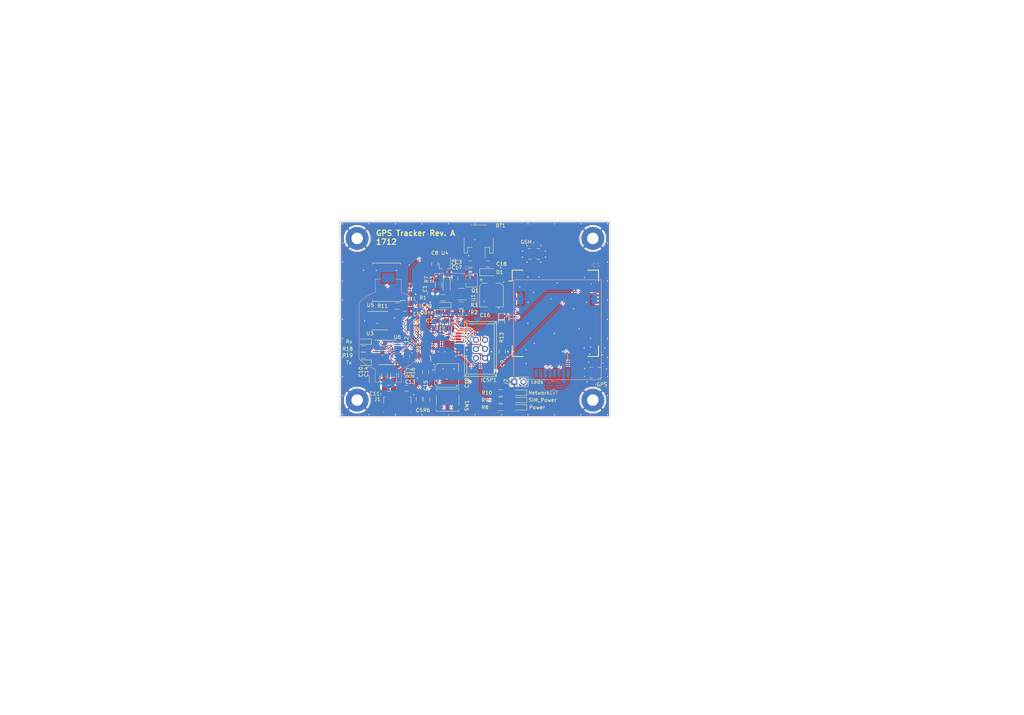
<source format=kicad_pcb>
(kicad_pcb (version 4) (host pcbnew 4.0.7)
  (layers (0 F.Cu signal) (31 B.Cu signal) (34 B.Paste user) (35 F.Paste user) (36 B.SilkS user) (37 F.SilkS user) (38 B.Mask user) (39 F.Mask user) (44 Edge.Cuts user))
  (net 0 "")
  (net 1 +BATT)
  (net 2 GND)
  (net 3 "Net-(BT2-Pad1)")
  (net 4 VBUS)
  (net 5 "Net-(C2-Pad1)")
  (net 6 +3V3)
  (net 7 /ARD_RST)
  (net 8 /DTR)
  (net 9 "Net-(C6-Pad1)")
  (net 10 /RTC_PWR)
  (net 11 "Net-(C9-Pad1)")
  (net 12 "Net-(C11-Pad1)")
  (net 13 "Net-(C12-Pad1)")
  (net 14 "Net-(C13-Pad1)")
  (net 15 +2V8)
  (net 16 /SIM808_P)
  (net 17 "Net-(IC1-Pad9)")
  (net 18 /SIM808_RI)
  (net 19 "Net-(IC1-Pad11)")
  (net 20 "Net-(IC1-Pad12)")
  (net 21 "Net-(IC1-Pad13)")
  (net 22 /ARD_HRX)
  (net 23 /ARD_HTX)
  (net 24 "Net-(IC1-Pad19)")
  (net 25 "Net-(IC1-Pad20)")
  (net 26 "Net-(IC1-Pad21)")
  (net 27 "Net-(IC1-Pad22)")
  (net 28 "Net-(IC1-Pad23)")
  (net 29 "Net-(IC1-Pad24)")
  (net 30 "Net-(IC1-Pad25)")
  (net 31 "Net-(IC1-Pad26)")
  (net 32 "Net-(IC1-Pad27)")
  (net 33 +1V8)
  (net 34 /SIMDATA)
  (net 35 /SIMCLK)
  (net 36 /SIMRST)
  (net 37 "Net-(IC1-Pad33)")
  (net 38 "Net-(IC1-Pad37)")
  (net 39 "Net-(IC1-Pad38)")
  (net 40 "Net-(IC1-Pad39)")
  (net 41 "Net-(IC1-Pad41)")
  (net 42 "Net-(IC1-Pad42)")
  (net 43 "Net-(IC1-Pad43)")
  (net 44 "Net-(IC1-Pad44)")
  (net 45 "Net-(IC1-Pad45)")
  (net 46 "Net-(IC1-Pad46)")
  (net 47 "Net-(IC1-Pad47)")
  (net 48 "Net-(IC1-Pad48)")
  (net 49 /SIM808_S)
  (net 50 /NETWORK_LED)
  (net 51 "Net-(IC1-Pad53)")
  (net 52 "Net-(IC1-Pad55)")
  (net 53 "Net-(IC1-Pad56)")
  (net 54 "Net-(IC1-Pad57)")
  (net 55 "Net-(IC1-Pad58)")
  (net 56 "Net-(IC1-Pad59)")
  (net 57 "Net-(IC1-Pad60)")
  (net 58 "Net-(IC1-Pad61)")
  (net 59 "Net-(IC1-Pad62)")
  (net 60 "Net-(IC1-Pad63)")
  (net 61 /ARD_MISO)
  (net 62 /ARD_SCK)
  (net 63 /ARD_MOSI)
  (net 64 "Net-(J1-Pad4)")
  (net 65 "Net-(J2-Pad2)")
  (net 66 "Net-(J3-Pad6)")
  (net 67 "Net-(J6-Pad8)")
  (net 68 /ARD_IO10)
  (net 69 "Net-(J6-Pad1)")
  (net 70 "Net-(R1-Pad1)")
  (net 71 "Net-(R2-Pad2)")
  (net 72 /SDA)
  (net 73 /SCL)
  (net 74 /WAKE_UP)
  (net 75 "Net-(R16-Pad1)")
  (net 76 "Net-(R17-Pad2)")
  (net 77 "Net-(R18-Pad1)")
  (net 78 "Net-(R19-Pad1)")
  (net 79 "Net-(U2-Pad7)")
  (net 80 "Net-(U2-Pad8)")
  (net 81 "Net-(U2-Pad11)")
  (net 82 "Net-(U2-Pad19)")
  (net 83 "Net-(U2-Pad22)")
  (net 84 "Net-(U2-Pad24)")
  (net 85 "Net-(U2-Pad25)")
  (net 86 "Net-(U2-Pad26)")
  (net 87 /ARD_RX)
  (net 88 /ARD_TX)
  (net 89 "Net-(U3-Pad7)")
  (net 90 "Net-(U5-Pad1)")
  (net 91 "Net-(U5-Pad4)")
  (net 92 "Net-(U6-Pad2)")
  (net 93 +3V3_FDTI)
  (net 94 "Net-(U6-Pad5)")
  (net 95 "Net-(U6-Pad7)")
  (net 96 "Net-(U6-Pad8)")
  (net 97 "Net-(U6-Pad18)")
  (net 98 "Net-(U6-Pad19)")
  (net 99 "Net-(LED1-Pad1)")
  (net 100 "Net-(LED2-Pad2)")
  (net 101 "Net-(LED3-Pad2)")
  (net 102 "Net-(LED4-Pad2)")
  (net 103 "Net-(LED5-Pad2)")
  (net 104 "Net-(LED6-Pad2)")
  (net 105 "Net-(LED7-Pad2)")
  (net 106 "Net-(U2-Pad2)")
  (net 107 "Net-(TV1-Pad4)")
  (net 108 +3.3VP)
  (net 109 /GPS)
  (net 110 /GSM)
  (module custom-conn:Via-0.6mm (layer F.Cu) (at 116.078 95.504)
    (fp_text reference VIA** hide)
    (fp_text value Via-0.6mm hide)
    (pad 1 thru_hole circle (at 0 0) (size 0.6 0.6) (drill 0.3) (layers *.Cu) (net 2 GND))
  )
  (module custom-conn:Via-0.6mm (layer F.Cu) (at 126.746 109.982)
    (fp_text reference VIA** hide)
    (fp_text value Via-0.6mm hide)
    (pad 1 thru_hole circle (at 0 0) (size 0.6 0.6) (drill 0.3) (layers *.Cu) (net 2 GND))
  )
  (module custom-conn:Via-0.6mm (layer F.Cu) (at 154.94 102.616)
    (fp_text reference VIA** hide)
    (fp_text value Via-0.6mm hide)
    (pad 1 thru_hole circle (at 0 0) (size 0.6 0.6) (drill 0.3) (layers *.Cu) (net 2 GND))
  )
  (module custom-conn:Via-0.6mm (layer F.Cu) (at 169.418 91.186)
    (fp_text reference VIA** hide)
    (fp_text value Via-0.6mm hide)
    (pad 1 thru_hole circle (at 0 0) (size 0.6 0.6) (drill 0.3) (layers *.Cu) (net 2 GND))
  )
  (module custom-conn:Via-0.6mm (layer F.Cu) (at 153.162 91.186)
    (fp_text reference VIA** hide)
    (fp_text value Via-0.6mm hide)
    (pad 1 thru_hole circle (at 0 0) (size 0.6 0.6) (drill 0.3) (layers *.Cu) (net 2 GND))
  )
  (module custom-conn:Via-0.6mm (layer F.Cu) (at 154.686 88.392)
    (fp_text reference VIA** hide)
    (fp_text value Via-0.6mm hide)
    (pad 1 thru_hole circle (at 0 0) (size 0.6 0.6) (drill 0.3) (layers *.Cu) (net 2 GND))
  )
  (module custom-conn:Via-0.6mm (layer F.Cu) (at 161.29 85.852)
    (fp_text reference VIA** hide)
    (fp_text value Via-0.6mm hide)
    (pad 1 thru_hole circle (at 0 0) (size 0.6 0.6) (drill 0.3) (layers *.Cu) (net 2 GND))
  )
  (module custom-conn:Via-0.6mm (layer F.Cu) (at 167.386 98.552)
    (fp_text reference VIA** hide)
    (fp_text value Via-0.6mm hide)
    (pad 1 thru_hole circle (at 0 0) (size 0.6 0.6) (drill 0.3) (layers *.Cu) (net 2 GND))
  )
  (module custom-conn:Via-0.6mm (layer F.Cu) (at 159.512 90.17)
    (fp_text reference VIA** hide)
    (fp_text value Via-0.6mm hide)
    (pad 1 thru_hole circle (at 0 0) (size 0.6 0.6) (drill 0.3) (layers *.Cu) (net 2 GND))
  )
  (module custom-conn:Via-0.6mm (layer F.Cu) (at 153.162 97.028)
    (fp_text reference VIA** hide)
    (fp_text value Via-0.6mm hide)
    (pad 1 thru_hole circle (at 0 0) (size 0.6 0.6) (drill 0.3) (layers *.Cu) (net 2 GND))
  )
  (module custom-conn:Via-0.6mm (layer F.Cu) (at 165.862 92.964)
    (fp_text reference VIA** hide)
    (fp_text value Via-0.6mm hide)
    (pad 1 thru_hole circle (at 0 0) (size 0.6 0.6) (drill 0.3) (layers *.Cu) (net 2 GND))
  )
  (module custom-conn:Via-0.6mm (layer F.Cu) (at 160.528 99.822)
    (fp_text reference VIA** hide)
    (fp_text value Via-0.6mm hide)
    (pad 1 thru_hole circle (at 0 0) (size 0.6 0.6) (drill 0.3) (layers *.Cu) (net 2 GND))
  )
  (module custom-conn:Via-0.6mm (layer F.Cu) (at 157.988 78.613)
    (fp_text reference VIA** hide)
    (fp_text value Via-0.6mm hide)
    (pad 1 thru_hole circle (at 0 0) (size 0.6 0.6) (drill 0.3) (layers *.Cu) (net 2 GND))
  )
  (module custom-conn:Via-0.6mm (layer F.Cu) (at 151.638 78.613)
    (fp_text reference VIA** hide)
    (fp_text value Via-0.6mm hide)
    (pad 1 thru_hole circle (at 0 0) (size 0.6 0.6) (drill 0.3) (layers *.Cu) (net 2 GND))
  )
  (module Connectors_Molex:Molex_Microcoaxial_RF (layer F.Cu) (at 171.958 110.744 180)
    (fp_text reference J4 hide)
    (fp_text value CONN_COAXIAL hide)
    (pad 2 smd rect (at -1.475 0 180) (size 1.05 2.2) (layers F.Cu F.Paste F.Mask) (net 2 GND))
    (pad 2 smd rect (at 1.475 0 180) (size 1.05 2.2) (layers F.Cu F.Paste F.Mask) (net 2 GND))
    (pad 2 smd rect (at 0 -1.5 180) (size 1 1) (layers F.Cu F.Paste F.Mask) (net 2 GND))
    (pad 1 smd rect (at 0 1.5 180) (size 1 1) (layers F.Cu F.Paste F.Mask) (net 109 /GPS))
  )
  (module custom-conn:Via-0.6mm (layer F.Cu) (at 175.006 109.728)
    (fp_text reference VIA** hide)
    (fp_text value Via-0.6mm hide)
    (pad 1 thru_hole circle (at 0 0) (size 0.6 0.6) (drill 0.3) (layers *.Cu) (net 2 GND))
  )
  (module custom-conn:Via-0.6mm (layer F.Cu) (at 173.863 105.791)
    (fp_text reference VIA** hide)
    (fp_text value Via-0.6mm hide)
    (pad 1 thru_hole circle (at 0 0) (size 0.6 0.6) (drill 0.3) (layers *.Cu) (net 2 GND))
  )
  (module custom-conn:Via-0.6mm (layer F.Cu) (at 170.307 105.537)
    (fp_text reference VIA** hide)
    (fp_text value Via-0.6mm hide)
    (pad 1 thru_hole circle (at 0 0) (size 0.6 0.6) (drill 0.3) (layers *.Cu) (net 2 GND))
  )
  (module custom-conn:Via-0.6mm (layer F.Cu) (at 168.91 109.601)
    (fp_text reference VIA** hide)
    (fp_text value Via-0.6mm hide)
    (pad 1 thru_hole circle (at 0 0) (size 0.6 0.6) (drill 0.3) (layers *.Cu) (net 2 GND))
  )
  (module custom-conn:Via-0.6mm (layer F.Cu) (at 170.561 103.632)
    (fp_text reference VIA** hide)
    (fp_text value Via-0.6mm hide)
    (pad 1 thru_hole circle (at 0 0) (size 0.6 0.6) (drill 0.3) (layers *.Cu) (net 2 GND))
  )
  (module custom-conn:Via-0.6mm (layer F.Cu) (at 174.498 103.886)
    (fp_text reference VIA** hide)
    (fp_text value Via-0.6mm hide)
    (pad 1 thru_hole circle (at 0 0) (size 0.6 0.6) (drill 0.3) (layers *.Cu) (net 2 GND))
  )
  (module custom-conn:Via-0.6mm (layer F.Cu) (at 173.99 108.077)
    (fp_text reference VIA** hide)
    (fp_text value Via-0.6mm hide)
    (pad 1 thru_hole circle (at 0 0) (size 0.6 0.6) (drill 0.3) (layers *.Cu) (net 2 GND))
  )
  (module custom-conn:Via-0.6mm (layer F.Cu) (at 174.498 113.284)
    (fp_text reference VIA** hide)
    (fp_text value Via-0.6mm hide)
    (pad 1 thru_hole circle (at 0 0) (size 0.6 0.6) (drill 0.3) (layers *.Cu) (net 2 GND))
  )
  (module custom-conn:Via-0.6mm (layer F.Cu) (at 169.545 113.284)
    (fp_text reference VIA** hide)
    (fp_text value Via-0.6mm hide)
    (pad 1 thru_hole circle (at 0 0) (size 0.6 0.6) (drill 0.3) (layers *.Cu) (net 2 GND))
  )
  (module custom-conn:Via-0.6mm (layer F.Cu) (at 168.783 103.886)
    (fp_text reference VIA** hide)
    (fp_text value Via-0.6mm hide)
    (pad 1 thru_hole circle (at 0 0) (size 0.6 0.6) (drill 0.3) (layers *.Cu) (net 2 GND))
  )
  (module custom-conn:Via-0.6mm (layer F.Cu) (at 154.813 74.549)
    (fp_text reference VIA** hide)
    (fp_text value Via-0.6mm hide)
    (pad 1 thru_hole circle (at 0 0) (size 0.6 0.6) (drill 0.3) (layers *.Cu) (net 2 GND))
  )
  (module custom-conn:Via-0.6mm (layer F.Cu) (at 152.908 75.438)
    (fp_text reference VIA** hide)
    (fp_text value Via-0.6mm hide)
    (pad 1 thru_hole circle (at 0 0) (size 0.6 0.6) (drill 0.3) (layers *.Cu) (net 2 GND))
  )
  (module SIM808:QFN100P2400X2400X260-68N (layer F.Cu) (at 160.782 94.234)
    (fp_text reference IC1 (at 11.176 -13.462) (layer F.SilkS) (effects (font (size 1.00176 1.00176) (thickness 0.05))))
    (fp_text value SIM808 hide)
    (pad 1 smd rect (at -12 -8) (size 1.6 0.6) (layers F.Cu F.Paste F.Mask) (net 2 GND))
    (pad 2 smd rect (at -12 -7) (size 1.6 0.6) (layers F.Cu F.Paste F.Mask) (net 2 GND))
    (pad 3 smd rect (at -12 -6) (size 1.6 0.6) (layers F.Cu F.Paste F.Mask) (net 2 GND))
    (pad 4 smd rect (at -12 -5) (size 1.6 0.6) (layers F.Cu F.Paste F.Mask) (net 1 +BATT))
    (pad 5 smd rect (at -12 -4) (size 1.6 0.6) (layers F.Cu F.Paste F.Mask) (net 1 +BATT))
    (pad 6 smd rect (at -12 -3) (size 1.6 0.6) (layers F.Cu F.Paste F.Mask) (net 1 +BATT))
    (pad 7 smd rect (at -12 -2) (size 1.6 0.6) (layers F.Cu F.Paste F.Mask) (net 15 +2V8))
    (pad 8 smd rect (at -12 -1) (size 1.6 0.6) (layers F.Cu F.Paste F.Mask) (net 16 /SIM808_P))
    (pad 9 smd rect (at -12 0) (size 1.6 0.6) (layers F.Cu F.Paste F.Mask) (net 17 "Net-(IC1-Pad9)"))
    (pad 10 smd rect (at -12 1) (size 1.6 0.6) (layers F.Cu F.Paste F.Mask) (net 18 /SIM808_RI))
    (pad 11 smd rect (at -12 2) (size 1.6 0.6) (layers F.Cu F.Paste F.Mask) (net 19 "Net-(IC1-Pad11)"))
    (pad 12 smd rect (at -12 3) (size 1.6 0.6) (layers F.Cu F.Paste F.Mask) (net 20 "Net-(IC1-Pad12)"))
    (pad 13 smd rect (at -12 4) (size 1.6 0.6) (layers F.Cu F.Paste F.Mask) (net 21 "Net-(IC1-Pad13)"))
    (pad 14 smd rect (at -12 5) (size 1.6 0.6) (layers F.Cu F.Paste F.Mask) (net 22 /ARD_HRX))
    (pad 15 smd rect (at -12 6) (size 1.6 0.6) (layers F.Cu F.Paste F.Mask) (net 23 /ARD_HTX))
    (pad 16 smd rect (at -12 7) (size 1.6 0.6) (layers F.Cu F.Paste F.Mask) (net 7 /ARD_RST))
    (pad 17 smd rect (at -12 8) (size 1.6 0.6) (layers F.Cu F.Paste F.Mask) (net 11 "Net-(C9-Pad1)"))
    (pad 18 smd rect (at -8 12 90) (size 1.6 0.6) (layers F.Cu F.Paste F.Mask) (net 2 GND))
    (pad 19 smd rect (at -7 12 90) (size 1.6 0.6) (layers F.Cu F.Paste F.Mask) (net 24 "Net-(IC1-Pad19)"))
    (pad 20 smd rect (at -6 12 90) (size 1.6 0.6) (layers F.Cu F.Paste F.Mask) (net 25 "Net-(IC1-Pad20)"))
    (pad 21 smd rect (at -5 12 90) (size 1.6 0.6) (layers F.Cu F.Paste F.Mask) (net 26 "Net-(IC1-Pad21)"))
    (pad 22 smd rect (at -4 12 90) (size 1.6 0.6) (layers F.Cu F.Paste F.Mask) (net 27 "Net-(IC1-Pad22)"))
    (pad 23 smd rect (at -3 12 90) (size 1.6 0.6) (layers F.Cu F.Paste F.Mask) (net 28 "Net-(IC1-Pad23)"))
    (pad 24 smd rect (at -2 12 90) (size 1.6 0.6) (layers F.Cu F.Paste F.Mask) (net 29 "Net-(IC1-Pad24)"))
    (pad 25 smd rect (at -1 12 90) (size 1.6 0.6) (layers F.Cu F.Paste F.Mask) (net 30 "Net-(IC1-Pad25)"))
    (pad 26 smd rect (at 0 12 90) (size 1.6 0.6) (layers F.Cu F.Paste F.Mask) (net 31 "Net-(IC1-Pad26)"))
    (pad 27 smd rect (at 1 12 90) (size 1.6 0.6) (layers F.Cu F.Paste F.Mask) (net 32 "Net-(IC1-Pad27)"))
    (pad 28 smd rect (at 2 12 90) (size 1.6 0.6) (layers F.Cu F.Paste F.Mask) (net 2 GND))
    (pad 29 smd rect (at 3 12 90) (size 1.6 0.6) (layers F.Cu F.Paste F.Mask) (net 33 +1V8))
    (pad 30 smd rect (at 4 12 90) (size 1.6 0.6) (layers F.Cu F.Paste F.Mask) (net 34 /SIMDATA))
    (pad 31 smd rect (at 5 12 90) (size 1.6 0.6) (layers F.Cu F.Paste F.Mask) (net 35 /SIMCLK))
    (pad 32 smd rect (at 6 12 90) (size 1.6 0.6) (layers F.Cu F.Paste F.Mask) (net 36 /SIMRST))
    (pad 33 smd rect (at 7 12 90) (size 1.6 0.6) (layers F.Cu F.Paste F.Mask) (net 37 "Net-(IC1-Pad33)"))
    (pad 34 smd rect (at 8 12 90) (size 1.6 0.6) (layers F.Cu F.Paste F.Mask) (net 2 GND))
    (pad 35 smd rect (at 12 8 180) (size 1.6 0.6) (layers F.Cu F.Paste F.Mask) (net 109 /GPS))
    (pad 36 smd rect (at 12 7 180) (size 1.6 0.6) (layers F.Cu F.Paste F.Mask) (net 2 GND))
    (pad 37 smd rect (at 12 6 180) (size 1.6 0.6) (layers F.Cu F.Paste F.Mask) (net 38 "Net-(IC1-Pad37)"))
    (pad 38 smd rect (at 12 5 180) (size 1.6 0.6) (layers F.Cu F.Paste F.Mask) (net 39 "Net-(IC1-Pad38)"))
    (pad 39 smd rect (at 12 4 180) (size 1.6 0.6) (layers F.Cu F.Paste F.Mask) (net 40 "Net-(IC1-Pad39)"))
    (pad 40 smd rect (at 12 3 180) (size 1.6 0.6) (layers F.Cu F.Paste F.Mask) (net 2 GND))
    (pad 41 smd rect (at 12 2 180) (size 1.6 0.6) (layers F.Cu F.Paste F.Mask) (net 41 "Net-(IC1-Pad41)"))
    (pad 42 smd rect (at 12 1 180) (size 1.6 0.6) (layers F.Cu F.Paste F.Mask) (net 42 "Net-(IC1-Pad42)"))
    (pad 43 smd rect (at 12 0 180) (size 1.6 0.6) (layers F.Cu F.Paste F.Mask) (net 43 "Net-(IC1-Pad43)"))
    (pad 44 smd rect (at 12 -1 180) (size 1.6 0.6) (layers F.Cu F.Paste F.Mask) (net 44 "Net-(IC1-Pad44)"))
    (pad 45 smd rect (at 12 -2 180) (size 1.6 0.6) (layers F.Cu F.Paste F.Mask) (net 45 "Net-(IC1-Pad45)"))
    (pad 46 smd rect (at 12 -3 180) (size 1.6 0.6) (layers F.Cu F.Paste F.Mask) (net 46 "Net-(IC1-Pad46)"))
    (pad 47 smd rect (at 12 -4 180) (size 1.6 0.6) (layers F.Cu F.Paste F.Mask) (net 47 "Net-(IC1-Pad47)"))
    (pad 48 smd rect (at 12 -5 180) (size 1.6 0.6) (layers F.Cu F.Paste F.Mask) (net 48 "Net-(IC1-Pad48)"))
    (pad 49 smd rect (at 12 -6 180) (size 1.6 0.6) (layers F.Cu F.Paste F.Mask) (net 49 /SIM808_S))
    (pad 50 smd rect (at 12 -7 180) (size 1.6 0.6) (layers F.Cu F.Paste F.Mask) (net 50 /NETWORK_LED))
    (pad 51 smd rect (at 12 -8 180) (size 1.6 0.6) (layers F.Cu F.Paste F.Mask) (net 2 GND))
    (pad 52 smd rect (at 8 -12 270) (size 1.6 0.6) (layers F.Cu F.Paste F.Mask) (net 2 GND))
    (pad 53 smd rect (at 7 -12 270) (size 1.6 0.6) (layers F.Cu F.Paste F.Mask) (net 51 "Net-(IC1-Pad53)"))
    (pad 54 smd rect (at 6 -12 270) (size 1.6 0.6) (layers F.Cu F.Paste F.Mask) (net 2 GND))
    (pad 55 smd rect (at 5 -12 270) (size 1.6 0.6) (layers F.Cu F.Paste F.Mask) (net 52 "Net-(IC1-Pad55)"))
    (pad 56 smd rect (at 4 -12 270) (size 1.6 0.6) (layers F.Cu F.Paste F.Mask) (net 53 "Net-(IC1-Pad56)"))
    (pad 57 smd rect (at 3 -12 270) (size 1.6 0.6) (layers F.Cu F.Paste F.Mask) (net 54 "Net-(IC1-Pad57)"))
    (pad 58 smd rect (at 2 -12 270) (size 1.6 0.6) (layers F.Cu F.Paste F.Mask) (net 55 "Net-(IC1-Pad58)"))
    (pad 59 smd rect (at 1 -12 270) (size 1.6 0.6) (layers F.Cu F.Paste F.Mask) (net 56 "Net-(IC1-Pad59)"))
    (pad 60 smd rect (at 0 -12 270) (size 1.6 0.6) (layers F.Cu F.Paste F.Mask) (net 57 "Net-(IC1-Pad60)"))
    (pad 61 smd rect (at -1 -12 270) (size 1.6 0.6) (layers F.Cu F.Paste F.Mask) (net 58 "Net-(IC1-Pad61)"))
    (pad 62 smd rect (at -2 -12 270) (size 1.6 0.6) (layers F.Cu F.Paste F.Mask) (net 59 "Net-(IC1-Pad62)"))
    (pad 63 smd rect (at -3 -12 270) (size 1.6 0.6) (layers F.Cu F.Paste F.Mask) (net 60 "Net-(IC1-Pad63)"))
    (pad 64 smd rect (at -4 -12 270) (size 1.6 0.6) (layers F.Cu F.Paste F.Mask) (net 2 GND))
    (pad 65 smd rect (at -5 -12 270) (size 1.6 0.6) (layers F.Cu F.Paste F.Mask) (net 2 GND))
    (pad 66 smd rect (at -6 -12 270) (size 1.6 0.6) (layers F.Cu F.Paste F.Mask) (net 110 /GSM))
    (pad 67 smd rect (at -7 -12 270) (size 1.6 0.6) (layers F.Cu F.Paste F.Mask) (net 2 GND))
    (pad 68 smd rect (at -8 -12 270) (size 1.6 0.6) (layers F.Cu F.Paste F.Mask) (net 2 GND))
  )
  (module custom-conn:Via-0.6mm (layer F.Cu) (at 133.35 114.3)
    (fp_text reference VIA** hide)
    (fp_text value Via-0.6mm hide)
    (pad 1 thru_hole circle (at 0 0) (size 0.6 0.6) (drill 0.3) (layers *.Cu) (net 2 GND))
  )
  (module custom-conn:Via-0.6mm (layer F.Cu) (at 138.43 73.787)
    (fp_text reference VIA** hide)
    (fp_text value Via-0.6mm hide)
    (pad 1 thru_hole circle (at 0 0) (size 0.6 0.6) (drill 0.3) (layers *.Cu) (net 2 GND))
  )
  (module custom-conn:Via-0.6mm (layer F.Cu) (at 136.652 78.232)
    (fp_text reference VIA** hide)
    (fp_text value Via-0.6mm hide)
    (pad 1 thru_hole circle (at 0 0) (size 0.6 0.6) (drill 0.3) (layers *.Cu) (net 2 GND))
  )
  (module custom-conn:Via-0.6mm (layer F.Cu) (at 130.048 104.902)
    (fp_text reference VIA** hide)
    (fp_text value Via-0.6mm hide)
    (pad 1 thru_hole circle (at 0 0) (size 0.6 0.6) (drill 0.3) (layers *.Cu) (net 2 GND))
  )
  (module custom-conn:Via-0.6mm (layer F.Cu) (at 128.27 104.902)
    (fp_text reference VIA** hide)
    (fp_text value Via-0.6mm hide)
    (pad 1 thru_hole circle (at 0 0) (size 0.6 0.6) (drill 0.3) (layers *.Cu) (net 2 GND))
  )
  (module custom-conn:Via-0.6mm (layer F.Cu) (at 107.442 82.296)
    (fp_text reference VIA** hide)
    (fp_text value Via-0.6mm hide)
    (pad 1 thru_hole circle (at 0 0) (size 0.6 0.6) (drill 0.3) (layers *.Cu) (net 2 GND))
  )
  (module custom-conn:Via-0.6mm (layer F.Cu) (at 120.142 80.772)
    (fp_text reference VIA** hide)
    (fp_text value Via-0.6mm hide)
    (pad 1 thru_hole circle (at 0 0) (size 0.6 0.6) (drill 0.3) (layers *.Cu) (net 2 GND))
  )
  (module custom-conn:Via-0.6mm (layer F.Cu) (at 111.252 97.028)
    (fp_text reference VIA** hide)
    (fp_text value Via-0.6mm hide)
    (pad 1 thru_hole circle (at 0 0) (size 0.6 0.6) (drill 0.3) (layers *.Cu) (net 2 GND))
  )
  (module custom-conn:Via-0.6mm (layer F.Cu) (at 128.778 100.076)
    (fp_text reference VIA** hide)
    (fp_text value Via-0.6mm hide)
    (pad 1 thru_hole circle (at 0 0) (size 0.6 0.6) (drill 0.3) (layers *.Cu) (net 2 GND))
  )
  (module custom-conn:Via-0.6mm (layer F.Cu) (at 127 108.458)
    (fp_text reference VIA** hide)
    (fp_text value Via-0.6mm hide)
    (pad 1 thru_hole circle (at 0 0) (size 0.6 0.6) (drill 0.3) (layers *.Cu) (net 2 GND))
  )
  (module custom-conn:Via-0.6mm (layer F.Cu) (at 129.54 109.728)
    (fp_text reference VIA** hide)
    (fp_text value Via-0.6mm hide)
    (pad 1 thru_hole circle (at 0 0) (size 0.6 0.6) (drill 0.3) (layers *.Cu) (net 2 GND))
  )
  (module custom-conn:Via-0.6mm (layer F.Cu) (at 128.524 83.312)
    (fp_text reference VIA** hide)
    (fp_text value Via-0.6mm hide)
    (pad 1 thru_hole circle (at 0 0) (size 0.6 0.6) (drill 0.3) (layers *.Cu) (net 2 GND))
  )
  (module custom-conn:Via-0.6mm (layer F.Cu) (at 116.586 82.296)
    (fp_text reference VIA** hide)
    (fp_text value Via-0.6mm hide)
    (pad 1 thru_hole circle (at 0 0) (size 0.6 0.6) (drill 0.3) (layers *.Cu) (net 2 GND))
  )
  (module custom-conn:Via-0.6mm (layer F.Cu) (at 110.998 82.296)
    (fp_text reference VIA** hide)
    (fp_text value Via-0.6mm hide)
    (pad 1 thru_hole circle (at 0 0) (size 0.6 0.6) (drill 0.3) (layers *.Cu) (net 2 GND))
  )
  (module custom-conn:Via-0.6mm (layer F.Cu) (at 107.696 96.266)
    (fp_text reference VIA** hide)
    (fp_text value Via-0.6mm hide)
    (pad 1 thru_hole circle (at 0 0) (size 0.6 0.6) (drill 0.3) (layers *.Cu) (net 2 GND))
  )
  (module custom-conn:Via-0.6mm (layer F.Cu) (at 120.904 105.156)
    (fp_text reference VIA** hide)
    (fp_text value Via-0.6mm hide)
    (pad 1 thru_hole circle (at 0 0) (size 0.6 0.6) (drill 0.3) (layers *.Cu) (net 2 GND))
  )
  (module custom-conn:Via-0.6mm (layer F.Cu) (at 112.776 105.918)
    (fp_text reference VIA** hide)
    (fp_text value Via-0.6mm hide)
    (pad 1 thru_hole circle (at 0 0) (size 0.6 0.6) (drill 0.3) (layers *.Cu) (net 2 GND))
  )
  (module custom-conn:Via-0.6mm (layer F.Cu) (at 150.876 86.868)
    (fp_text reference VIA** hide)
    (fp_text value Via-0.6mm hide)
    (pad 1 thru_hole circle (at 0 0) (size 0.6 0.6) (drill 0.3) (layers *.Cu) (net 2 GND))
  )
  (module custom-conn:Via-0.6mm (layer F.Cu) (at 146.304 85.598)
    (fp_text reference VIA** hide)
    (fp_text value Via-0.6mm hide)
    (pad 1 thru_hole circle (at 0 0) (size 0.6 0.6) (drill 0.3) (layers *.Cu) (net 2 GND))
  )
  (module custom-conn:Via-0.6mm (layer F.Cu) (at 152.654 104.394)
    (fp_text reference VIA** hide)
    (fp_text value Via-0.6mm hide)
    (pad 1 thru_hole circle (at 0 0) (size 0.6 0.6) (drill 0.3) (layers *.Cu) (net 2 GND))
  )
  (module custom-conn:Via-0.6mm (layer F.Cu) (at 152.654 108.204)
    (fp_text reference VIA** hide)
    (fp_text value Via-0.6mm hide)
    (pad 1 thru_hole circle (at 0 0) (size 0.6 0.6) (drill 0.3) (layers *.Cu) (net 2 GND))
  )
  (module custom-conn:Via-0.6mm (layer F.Cu) (at 153.162 84.074)
    (fp_text reference VIA** hide)
    (fp_text value Via-0.6mm hide)
    (pad 1 thru_hole circle (at 0 0) (size 0.6 0.6) (drill 0.3) (layers *.Cu) (net 2 GND))
  )
  (module custom-conn:Via-0.6mm (layer F.Cu) (at 156.21 84.074)
    (fp_text reference VIA** hide)
    (fp_text value Via-0.6mm hide)
    (pad 1 thru_hole circle (at 0 0) (size 0.6 0.6) (drill 0.3) (layers *.Cu) (net 2 GND))
  )
  (module custom-conn:Via-0.6mm (layer F.Cu) (at 168.91 84.328)
    (fp_text reference VIA** hide)
    (fp_text value Via-0.6mm hide)
    (pad 1 thru_hole circle (at 0 0) (size 0.6 0.6) (drill 0.3) (layers *.Cu) (net 2 GND))
  )
  (module custom-conn:Via-0.6mm (layer F.Cu) (at 170.688 86.106)
    (fp_text reference VIA** hide)
    (fp_text value Via-0.6mm hide)
    (pad 1 thru_hole circle (at 0 0) (size 0.6 0.6) (drill 0.3) (layers *.Cu) (net 2 GND))
  )
  (module custom-conn:Via-0.6mm (layer F.Cu) (at 170.561 101.219)
    (fp_text reference VIA** hide)
    (fp_text value Via-0.6mm hide)
    (pad 1 thru_hole circle (at 0 0) (size 0.6 0.6) (drill 0.3) (layers *.Cu) (net 2 GND))
  )
  (module custom-conn:Via-0.6mm (layer F.Cu) (at 170.053 107.823)
    (fp_text reference VIA** hide)
    (fp_text value Via-0.6mm hide)
    (pad 1 thru_hole circle (at 0 0) (size 0.6 0.6) (drill 0.3) (layers *.Cu) (net 2 GND))
  )
  (module custom-conn:Via-0.6mm (layer F.Cu) (at 171.958 113.919)
    (fp_text reference VIA** hide)
    (fp_text value Via-0.6mm hide)
    (pad 1 thru_hole circle (at 0 0) (size 0.6 0.6) (drill 0.3) (layers *.Cu) (net 2 GND))
  )
  (module custom-conn:Via-0.6mm (layer F.Cu) (at 152.908 80.01)
    (fp_text reference VIA** hide)
    (fp_text value Via-0.6mm hide)
    (pad 1 thru_hole circle (at 0 0) (size 0.6 0.6) (drill 0.3) (layers *.Cu) (net 2 GND))
  )
  (module custom-conn:Via-0.6mm (layer F.Cu) (at 156.718 80.01)
    (fp_text reference VIA** hide)
    (fp_text value Via-0.6mm hide)
    (pad 1 thru_hole circle (at 0 0) (size 0.6 0.6) (drill 0.3) (layers *.Cu) (net 2 GND))
  )
  (module custom-conn:Via-0.6mm (layer F.Cu) (at 156.718 75.438)
    (fp_text reference VIA** hide)
    (fp_text value Via-0.6mm hide)
    (pad 1 thru_hole circle (at 0 0) (size 0.6 0.6) (drill 0.3) (layers *.Cu) (net 2 GND))
  )
  (module custom-conn:Via-0.6mm (layer F.Cu) (at 157.988 76.962)
    (fp_text reference VIA** hide)
    (fp_text value Via-0.6mm hide)
    (pad 1 thru_hole circle (at 0 0) (size 0.6 0.6) (drill 0.3) (layers *.Cu) (net 2 GND))
  )
  (module custom-conn:Via-0.6mm (layer F.Cu) (at 151.638 76.962)
    (fp_text reference VIA** hide)
    (fp_text value Via-0.6mm hide)
    (pad 1 thru_hole circle (at 0 0) (size 0.6 0.6) (drill 0.3) (layers *.Cu) (net 2 GND))
  )
  (module custom-conn:Via-0.6mm (layer F.Cu) (at 168.91 111.76)
    (fp_text reference VIA** hide)
    (fp_text value Via-0.6mm hide)
    (pad 1 thru_hole circle (at 0 0) (size 0.6 0.6) (drill 0.3) (layers *.Cu) (net 2 GND))
  )
  (module custom-conn:Via-0.6mm (layer F.Cu) (at 175.26 117.1194)
    (fp_text reference VIA** hide)
    (fp_text value Via-0.6mm hide)
    (pad 1 thru_hole circle (at 0 0) (size 0.6 0.6) (drill 0.3) (layers *.Cu) (net 2 GND))
  )
  (module custom-conn:Via-0.6mm (layer F.Cu) (at 175.26 111.8108)
    (fp_text reference VIA** hide)
    (fp_text value Via-0.6mm hide)
    (pad 1 thru_hole circle (at 0 0) (size 0.6 0.6) (drill 0.3) (layers *.Cu) (net 2 GND))
  )
  (module custom-conn:Via-0.6mm (layer F.Cu) (at 175.26 106.5022)
    (fp_text reference VIA** hide)
    (fp_text value Via-0.6mm hide)
    (pad 1 thru_hole circle (at 0 0) (size 0.6 0.6) (drill 0.3) (layers *.Cu) (net 2 GND))
  )
  (module custom-conn:Via-0.6mm (layer F.Cu) (at 175.26 101.1936)
    (fp_text reference VIA** hide)
    (fp_text value Via-0.6mm hide)
    (pad 1 thru_hole circle (at 0 0) (size 0.6 0.6) (drill 0.3) (layers *.Cu) (net 2 GND))
  )
  (module custom-conn:Via-0.6mm (layer F.Cu) (at 175.26 95.885)
    (fp_text reference VIA** hide)
    (fp_text value Via-0.6mm hide)
    (pad 1 thru_hole circle (at 0 0) (size 0.6 0.6) (drill 0.3) (layers *.Cu) (net 2 GND))
  )
  (module custom-conn:Via-0.6mm (layer F.Cu) (at 175.26 90.5764)
    (fp_text reference VIA** hide)
    (fp_text value Via-0.6mm hide)
    (pad 1 thru_hole circle (at 0 0) (size 0.6 0.6) (drill 0.3) (layers *.Cu) (net 2 GND))
  )
  (module custom-conn:Via-0.6mm (layer F.Cu) (at 175.26 85.2678)
    (fp_text reference VIA** hide)
    (fp_text value Via-0.6mm hide)
    (pad 1 thru_hole circle (at 0 0) (size 0.6 0.6) (drill 0.3) (layers *.Cu) (net 2 GND))
  )
  (module custom-conn:Via-0.6mm (layer F.Cu) (at 175.26 79.9592)
    (fp_text reference VIA** hide)
    (fp_text value Via-0.6mm hide)
    (pad 1 thru_hole circle (at 0 0) (size 0.6 0.6) (drill 0.3) (layers *.Cu) (net 2 GND))
  )
  (module custom-conn:Via-0.6mm (layer F.Cu) (at 175.26 74.6506)
    (fp_text reference VIA** hide)
    (fp_text value Via-0.6mm hide)
    (pad 1 thru_hole circle (at 0 0) (size 0.6 0.6) (drill 0.3) (layers *.Cu) (net 2 GND))
  )
  (module custom-conn:Via-0.6mm (layer F.Cu) (at 175.26 69.342)
    (fp_text reference VIA** hide)
    (fp_text value Via-0.6mm hide)
    (pad 1 thru_hole circle (at 0 0) (size 0.6 0.6) (drill 0.3) (layers *.Cu) (net 2 GND))
  )
  (module custom-conn:Via-0.6mm (layer F.Cu) (at 167.894 69.342)
    (fp_text reference VIA** hide)
    (fp_text value Via-0.6mm hide)
    (pad 1 thru_hole circle (at 0 0) (size 0.6 0.6) (drill 0.3) (layers *.Cu) (net 2 GND))
  )
  (module custom-conn:Via-0.6mm (layer F.Cu) (at 160.528 69.342)
    (fp_text reference VIA** hide)
    (fp_text value Via-0.6mm hide)
    (pad 1 thru_hole circle (at 0 0) (size 0.6 0.6) (drill 0.3) (layers *.Cu) (net 2 GND))
  )
  (module custom-conn:Via-0.6mm (layer F.Cu) (at 153.162 69.342)
    (fp_text reference VIA** hide)
    (fp_text value Via-0.6mm hide)
    (pad 1 thru_hole circle (at 0 0) (size 0.6 0.6) (drill 0.3) (layers *.Cu) (net 2 GND))
  )
  (module custom-conn:Via-0.6mm (layer F.Cu) (at 145.796 69.342)
    (fp_text reference VIA** hide)
    (fp_text value Via-0.6mm hide)
    (pad 1 thru_hole circle (at 0 0) (size 0.6 0.6) (drill 0.3) (layers *.Cu) (net 2 GND))
  )
  (module custom-conn:Via-0.6mm (layer F.Cu) (at 138.43 69.342)
    (fp_text reference VIA** hide)
    (fp_text value Via-0.6mm hide)
    (pad 1 thru_hole circle (at 0 0) (size 0.6 0.6) (drill 0.3) (layers *.Cu) (net 2 GND))
  )
  (module custom-conn:Via-0.6mm (layer F.Cu) (at 131.064 69.342)
    (fp_text reference VIA** hide)
    (fp_text value Via-0.6mm hide)
    (pad 1 thru_hole circle (at 0 0) (size 0.6 0.6) (drill 0.3) (layers *.Cu) (net 2 GND))
  )
  (module custom-conn:Via-0.6mm (layer F.Cu) (at 123.698 69.342)
    (fp_text reference VIA** hide)
    (fp_text value Via-0.6mm hide)
    (pad 1 thru_hole circle (at 0 0) (size 0.6 0.6) (drill 0.3) (layers *.Cu) (net 2 GND))
  )
  (module custom-conn:Via-0.6mm (layer F.Cu) (at 116.332 69.342)
    (fp_text reference VIA** hide)
    (fp_text value Via-0.6mm hide)
    (pad 1 thru_hole circle (at 0 0) (size 0.6 0.6) (drill 0.3) (layers *.Cu) (net 2 GND))
  )
  (module custom-conn:Via-0.6mm (layer F.Cu) (at 108.966 69.342)
    (fp_text reference VIA** hide)
    (fp_text value Via-0.6mm hide)
    (pad 1 thru_hole circle (at 0 0) (size 0.6 0.6) (drill 0.3) (layers *.Cu) (net 2 GND))
  )
  (module custom-conn:Via-0.6mm (layer F.Cu) (at 101.6 69.342)
    (fp_text reference VIA** hide)
    (fp_text value Via-0.6mm hide)
    (pad 1 thru_hole circle (at 0 0) (size 0.6 0.6) (drill 0.3) (layers *.Cu) (net 2 GND))
  )
  (module custom-conn:Via-0.6mm (layer F.Cu) (at 101.6 74.6506)
    (fp_text reference VIA** hide)
    (fp_text value Via-0.6mm hide)
    (pad 1 thru_hole circle (at 0 0) (size 0.6 0.6) (drill 0.3) (layers *.Cu) (net 2 GND))
  )
  (module custom-conn:Via-0.6mm (layer F.Cu) (at 101.6 79.9592)
    (fp_text reference VIA** hide)
    (fp_text value Via-0.6mm hide)
    (pad 1 thru_hole circle (at 0 0) (size 0.6 0.6) (drill 0.3) (layers *.Cu) (net 2 GND))
  )
  (module custom-conn:Via-0.6mm (layer F.Cu) (at 101.6 85.2678)
    (fp_text reference VIA** hide)
    (fp_text value Via-0.6mm hide)
    (pad 1 thru_hole circle (at 0 0) (size 0.6 0.6) (drill 0.3) (layers *.Cu) (net 2 GND))
  )
  (module custom-conn:Via-0.6mm (layer F.Cu) (at 101.6 90.5764)
    (fp_text reference VIA** hide)
    (fp_text value Via-0.6mm hide)
    (pad 1 thru_hole circle (at 0 0) (size 0.6 0.6) (drill 0.3) (layers *.Cu) (net 2 GND))
  )
  (module custom-conn:Via-0.6mm (layer F.Cu) (at 101.6 95.885)
    (fp_text reference VIA** hide)
    (fp_text value Via-0.6mm hide)
    (pad 1 thru_hole circle (at 0 0) (size 0.6 0.6) (drill 0.3) (layers *.Cu) (net 2 GND))
  )
  (module custom-conn:Via-0.6mm (layer F.Cu) (at 101.6 101.1936)
    (fp_text reference VIA** hide)
    (fp_text value Via-0.6mm hide)
    (pad 1 thru_hole circle (at 0 0) (size 0.6 0.6) (drill 0.3) (layers *.Cu) (net 2 GND))
  )
  (module custom-conn:Via-0.6mm (layer F.Cu) (at 101.6 106.5022)
    (fp_text reference VIA** hide)
    (fp_text value Via-0.6mm hide)
    (pad 1 thru_hole circle (at 0 0) (size 0.6 0.6) (drill 0.3) (layers *.Cu) (net 2 GND))
  )
  (module custom-conn:Via-0.6mm (layer F.Cu) (at 101.6 111.8108)
    (fp_text reference VIA** hide)
    (fp_text value Via-0.6mm hide)
    (pad 1 thru_hole circle (at 0 0) (size 0.6 0.6) (drill 0.3) (layers *.Cu) (net 2 GND))
  )
  (module custom-conn:Via-0.6mm (layer F.Cu) (at 101.6 117.1194)
    (fp_text reference VIA** hide)
    (fp_text value Via-0.6mm hide)
    (pad 1 thru_hole circle (at 0 0) (size 0.6 0.6) (drill 0.3) (layers *.Cu) (net 2 GND))
  )
  (module custom-conn:Via-0.6mm (layer F.Cu) (at 175.26 122.428)
    (fp_text reference VIA** hide)
    (fp_text value Via-0.6mm hide)
    (pad 1 thru_hole circle (at 0 0) (size 0.6 0.6) (drill 0.3) (layers *.Cu) (net 2 GND))
  )
  (module custom-conn:Via-0.6mm (layer F.Cu) (at 167.894 122.428)
    (fp_text reference VIA** hide)
    (fp_text value Via-0.6mm hide)
    (pad 1 thru_hole circle (at 0 0) (size 0.6 0.6) (drill 0.3) (layers *.Cu) (net 2 GND))
  )
  (module custom-conn:Via-0.6mm (layer F.Cu) (at 160.528 122.428)
    (fp_text reference VIA** hide)
    (fp_text value Via-0.6mm hide)
    (pad 1 thru_hole circle (at 0 0) (size 0.6 0.6) (drill 0.3) (layers *.Cu) (net 2 GND))
  )
  (module custom-conn:Via-0.6mm (layer F.Cu) (at 153.162 122.428)
    (fp_text reference VIA** hide)
    (fp_text value Via-0.6mm hide)
    (pad 1 thru_hole circle (at 0 0) (size 0.6 0.6) (drill 0.3) (layers *.Cu) (net 2 GND))
  )
  (module custom-conn:Via-0.6mm (layer F.Cu) (at 145.796 122.428)
    (fp_text reference VIA** hide)
    (fp_text value Via-0.6mm hide)
    (pad 1 thru_hole circle (at 0 0) (size 0.6 0.6) (drill 0.3) (layers *.Cu) (net 2 GND))
  )
  (module custom-conn:Via-0.6mm (layer F.Cu) (at 138.43 122.428)
    (fp_text reference VIA** hide)
    (fp_text value Via-0.6mm hide)
    (pad 1 thru_hole circle (at 0 0) (size 0.6 0.6) (drill 0.3) (layers *.Cu) (net 2 GND))
  )
  (module custom-conn:Via-0.6mm (layer F.Cu) (at 131.064 122.428)
    (fp_text reference VIA** hide)
    (fp_text value Via-0.6mm hide)
    (pad 1 thru_hole circle (at 0 0) (size 0.6 0.6) (drill 0.3) (layers *.Cu) (net 2 GND))
  )
  (module custom-conn:Via-0.6mm (layer F.Cu) (at 123.698 122.428)
    (fp_text reference VIA** hide)
    (fp_text value Via-0.6mm hide)
    (pad 1 thru_hole circle (at 0 0) (size 0.6 0.6) (drill 0.3) (layers *.Cu) (net 2 GND))
  )
  (module custom-conn:Via-0.6mm (layer F.Cu) (at 116.332 122.428)
    (fp_text reference VIA** hide)
    (fp_text value Via-0.6mm hide)
    (pad 1 thru_hole circle (at 0 0) (size 0.6 0.6) (drill 0.3) (layers *.Cu) (net 2 GND))
  )
  (module custom-conn:Via-0.6mm (layer F.Cu) (at 108.966 122.428)
    (fp_text reference VIA** hide)
    (fp_text value Via-0.6mm hide)
    (pad 1 thru_hole circle (at 0 0) (size 0.6 0.6) (drill 0.3) (layers *.Cu) (net 2 GND))
  )
  (module custom-conn:Via-0.6mm (layer F.Cu) (at 101.6 122.428)
    (fp_text reference VIA** hide)
    (fp_text value Via-0.6mm hide)
    (pad 1 thru_hole circle (at 0 0) (size 0.6 0.6) (drill 0.3) (layers *.Cu) (net 2 GND))
  )
  (module custom-conn:Via-0.6mm (layer F.Cu) (at 121.412 116.84)
    (fp_text reference VIA** hide)
    (fp_text value Via-0.6mm hide)
    (pad 1 thru_hole circle (at 0 0) (size 0.6 0.6) (drill 0.3) (layers *.Cu) (net 2 GND))
  )
  (module custom-conn:Via-0.6mm (layer F.Cu) (at 112.268 116.586)
    (fp_text reference VIA** hide)
    (fp_text value Via-0.6mm hide)
    (pad 1 thru_hole circle (at 0 0) (size 0.6 0.6) (drill 0.3) (layers *.Cu) (net 2 GND))
  )
  (module custom-conn:Via-0.6mm (layer F.Cu) (at 145.542 81.534)
    (fp_text reference VIA** hide)
    (fp_text value Via-0.6mm hide)
    (pad 1 thru_hole circle (at 0 0) (size 0.6 0.6) (drill 0.3) (layers *.Cu) (net 2 GND))
  )
  (module custom-conn:Via-0.6mm (layer F.Cu) (at 133.858 81.534)
    (fp_text reference VIA** hide)
    (fp_text value Via-0.6mm hide)
    (pad 1 thru_hole circle (at 0 0) (size 0.6 0.6) (drill 0.3) (layers *.Cu) (net 2 GND))
  )
  (module custom-conn:Via-0.6mm (layer F.Cu) (at 122.428 112.268)
    (fp_text reference VIA** hide)
    (fp_text value Via-0.6mm hide)
    (pad 1 thru_hole circle (at 0 0) (size 0.6 0.6) (drill 0.3) (layers *.Cu) (net 2 GND))
  )
  (module custom-conn:Via-0.6mm (layer F.Cu) (at 130.556 112.522)
    (fp_text reference VIA** hide)
    (fp_text value Via-0.6mm hide)
    (pad 1 thru_hole circle (at 0 0) (size 0.6 0.6) (drill 0.3) (layers *.Cu) (net 2 GND))
  )
  (module custom-conn:Via-0.6mm (layer F.Cu) (at 132.588 109.728)
    (fp_text reference VIA** hide)
    (fp_text value Via-0.6mm hide)
    (pad 1 thru_hole circle (at 0 0) (size 0.6 0.6) (drill 0.3) (layers *.Cu) (net 2 GND))
  )
  (module custom-conn:Via-0.6mm (layer F.Cu) (at 145.034 92.71)
    (fp_text reference VIA** hide)
    (fp_text value Via-0.6mm hide)
    (pad 1 thru_hole circle (at 0 0) (size 0.6 0.6) (drill 0.3) (layers *.Cu) (net 2 GND))
  )
  (module Mounting_Holes:MountingHole_3.2mm_M3_Pad (layer F.Cu) (at 171.196 118.364)
    (fp_text reference REF** hide)
    (fp_text value MountingHole_3.2mm_M3_Pad hide)
    (pad 1 thru_hole circle (at 0 0) (size 6.4 6.4) (drill 3.2) (layers *.Cu *.Mask) (net 2 GND))
  )
  (module Mounting_Holes:MountingHole_3.2mm_M3_Pad (layer F.Cu) (at 171.196 73.406)
    (fp_text reference REF** hide)
    (fp_text value MountingHole_3.2mm_M3_Pad hide)
    (pad 1 thru_hole circle (at 0 0) (size 6.4 6.4) (drill 3.2) (layers *.Cu *.Mask) (net 2 GND))
  )
  (module Mounting_Holes:MountingHole_3.2mm_M3_Pad (layer F.Cu) (at 105.664 118.364)
    (fp_text reference REF** hide)
    (fp_text value MountingHole_3.2mm_M3_Pad hide)
    (pad 1 thru_hole circle (at 0 0) (size 6.4 6.4) (drill 3.2) (layers *.Cu *.Mask) (net 2 GND))
  )
  (module 104031-0811:MOLEX_104031-0811 (layer B.Cu) (at 133.096 89.154 180)
    (fp_text reference J6 (at -3.18735 7.64968 180) (layer B.SilkS) (effects (font (size 1.0039 1.0039) (thickness 0.05)) (justify mirror)))
    (fp_text value Micro_SD_Card hide)
    (pad 8 smd rect (at -4.545 -5.2 180) (size 0.75 1.1) (layers B.Cu B.Paste B.Mask) (net 67 "Net-(J6-Pad8)"))
    (pad 7 smd rect (at -3.495 -5.2 180) (size 0.85 1.1) (layers B.Cu B.Paste B.Mask) (net 61 /ARD_MISO))
    (pad 6 smd rect (at -2.395 -5.2 180) (size 0.85 1.1) (layers B.Cu B.Paste B.Mask) (net 2 GND))
    (pad 5 smd rect (at -1.295 -5.2 180) (size 0.85 1.1) (layers B.Cu B.Paste B.Mask) (net 62 /ARD_SCK))
    (pad 4 smd rect (at -0.195 -5.2 180) (size 0.85 1.1) (layers B.Cu B.Paste B.Mask) (net 6 +3V3))
    (pad 3 smd rect (at 0.905 -5.2 180) (size 0.85 1.1) (layers B.Cu B.Paste B.Mask) (net 63 /ARD_MOSI))
    (pad 2 smd rect (at 2.005 -5.2 180) (size 0.875 1.1) (layers B.Cu B.Paste B.Mask) (net 68 /ARD_IO10))
    (pad 1 smd rect (at 3.105 -5.2 180) (size 0.85 1.1) (layers B.Cu B.Paste B.Mask) (net 69 "Net-(J6-Pad1)"))
    (pad 9 smd rect (at 5.74 0.95 180) (size 1.2 1) (layers B.Cu B.Paste B.Mask) (net 2 GND))
    (pad 10 smd rect (at 5.74 4.65 180) (size 1.2 1) (layers B.Cu B.Paste B.Mask))
    (pad G3 smd rect (at -3.73 5.625 180) (size 1.9 1.35) (layers B.Cu B.Paste B.Mask))
    (pad G4 smd rect (at 2.24 5.625 180) (size 1.9 1.35) (layers B.Cu B.Paste B.Mask))
    (pad G2 smd rect (at -5.755 -4.85 180) (size 1.17 1.8) (layers B.Cu B.Paste B.Mask))
    (pad G1 smd rect (at 5.565 -5.075 180) (size 1.55 1.35) (layers B.Cu B.Paste B.Mask))
  )
  (module custom-conn:VASCH3x2 (layer F.Cu) (at 139.954 104.14 270)
    (fp_text reference ICSP1 (at 8.636 -2.286 540) (layer F.SilkS))
    (fp_text value CONN_02X03 hide)
    (pad 1 thru_hole circle (at -2.54 1.27 270) (size 1.7272 1.7272) (drill 1.016) (layers *.Cu *.Mask) (net 61 /ARD_MISO))
    (pad 2 thru_hole circle (at -2.54 -1.27 270) (size 1.7272 1.7272) (drill 1.016) (layers *.Cu *.Mask) (net 6 +3V3))
    (pad 3 thru_hole circle (at 0 1.27 270) (size 1.7272 1.7272) (drill 1.016) (layers *.Cu *.Mask) (net 62 /ARD_SCK))
    (pad 4 thru_hole circle (at 0 -1.27 270) (size 1.7272 1.7272) (drill 1.016) (layers *.Cu *.Mask) (net 63 /ARD_MOSI))
    (pad 5 thru_hole circle (at 2.54 1.27 270) (size 1.7272 1.7272) (drill 1.016) (layers *.Cu *.Mask) (net 7 /ARD_RST))
    (pad 6 thru_hole circle (at 2.54 -1.27 270) (size 1.7272 1.7272) (drill 1.016) (layers *.Cu *.Mask) (net 2 GND))
  )
  (module Housings_SOIC:SOIC-16W_7.5x10.3mm_Pitch1.27mm (layer F.Cu) (at 113.792 85.598 180)
    (fp_text reference U5 (at 4.445 -6.35 360) (layer F.SilkS))
    (fp_text value DS3231SN hide)
    (pad 1 smd rect (at -4.65 -4.445 180) (size 1.5 0.6) (layers F.Cu F.Paste F.Mask) (net 90 "Net-(U5-Pad1)"))
    (pad 2 smd rect (at -4.65 -3.175 180) (size 1.5 0.6) (layers F.Cu F.Paste F.Mask) (net 108 +3.3VP))
    (pad 3 smd rect (at -4.65 -1.905 180) (size 1.5 0.6) (layers F.Cu F.Paste F.Mask) (net 74 /WAKE_UP))
    (pad 4 smd rect (at -4.65 -0.635 180) (size 1.5 0.6) (layers F.Cu F.Paste F.Mask) (net 91 "Net-(U5-Pad4)"))
    (pad 5 smd rect (at -4.65 0.635 180) (size 1.5 0.6) (layers F.Cu F.Paste F.Mask) (net 2 GND))
    (pad 6 smd rect (at -4.65 1.905 180) (size 1.5 0.6) (layers F.Cu F.Paste F.Mask) (net 2 GND))
    (pad 7 smd rect (at -4.65 3.175 180) (size 1.5 0.6) (layers F.Cu F.Paste F.Mask) (net 2 GND))
    (pad 8 smd rect (at -4.65 4.445 180) (size 1.5 0.6) (layers F.Cu F.Paste F.Mask) (net 2 GND))
    (pad 9 smd rect (at 4.65 4.445 180) (size 1.5 0.6) (layers F.Cu F.Paste F.Mask) (net 2 GND))
    (pad 10 smd rect (at 4.65 3.175 180) (size 1.5 0.6) (layers F.Cu F.Paste F.Mask) (net 2 GND))
    (pad 11 smd rect (at 4.65 1.905 180) (size 1.5 0.6) (layers F.Cu F.Paste F.Mask) (net 2 GND))
    (pad 12 smd rect (at 4.65 0.635 180) (size 1.5 0.6) (layers F.Cu F.Paste F.Mask) (net 2 GND))
    (pad 13 smd rect (at 4.65 -0.635 180) (size 1.5 0.6) (layers F.Cu F.Paste F.Mask) (net 2 GND))
    (pad 14 smd rect (at 4.65 -1.905 180) (size 1.5 0.6) (layers F.Cu F.Paste F.Mask) (net 3 "Net-(BT2-Pad1)"))
    (pad 15 smd rect (at 4.65 -3.175 180) (size 1.5 0.6) (layers F.Cu F.Paste F.Mask) (net 72 /SDA))
    (pad 16 smd rect (at 4.65 -4.445 180) (size 1.5 0.6) (layers F.Cu F.Paste F.Mask) (net 73 /SCL))
  )
  (module Capacitors_SMD:C_0805_HandSoldering (layer F.Cu) (at 113.284 111.506 270)
    (fp_text reference C14 (at -1.016 5.08 450) (layer F.SilkS))
    (fp_text value 0.1uF hide)
    (pad 1 smd rect (at -1.25 0 270) (size 1.5 1.25) (layers F.Cu F.Paste F.Mask) (net 4 VBUS))
    (pad 2 smd rect (at 1.25 0 270) (size 1.5 1.25) (layers F.Cu F.Paste F.Mask) (net 2 GND))
  )
  (module Resistors_SMD:R_0805_HandSoldering (layer F.Cu) (at 134.62 91.948)
    (fp_text reference R3 (at 3.556 0 180) (layer F.SilkS))
    (fp_text value 470R hide)
    (pad 1 smd rect (at -1.35 0) (size 1.5 1.3) (layers F.Cu F.Paste F.Mask) (net 99 "Net-(LED1-Pad1)"))
    (pad 2 smd rect (at 1.35 0) (size 1.5 1.3) (layers F.Cu F.Paste F.Mask) (net 71 "Net-(R2-Pad2)"))
  )
  (module Capacitors_SMD:C_0805_HandSoldering (layer F.Cu) (at 122.936 118.11 90)
    (fp_text reference C5 (at -3.048 0 180) (layer F.SilkS))
    (fp_text value 0.1uF hide)
    (pad 1 smd rect (at -1.25 0 90) (size 1.5 1.25) (layers F.Cu F.Paste F.Mask) (net 7 /ARD_RST))
    (pad 2 smd rect (at 1.25 0 90) (size 1.5 1.25) (layers F.Cu F.Paste F.Mask) (net 8 /DTR))
  )
  (module Housings_QFP:TQFP-32_7x7mm_Pitch0.8mm (layer F.Cu) (at 129.54 102.616 90)
    (fp_text reference U2 (at 6.096 4.318 180) (layer F.SilkS))
    (fp_text value ATMEGA328P-AU hide)
    (pad 1 smd rect (at -4.25 -2.8 90) (size 1.6 0.55) (layers F.Cu F.Paste F.Mask) (net 74 /WAKE_UP))
    (pad 2 smd rect (at -4.25 -2 90) (size 1.6 0.55) (layers F.Cu F.Paste F.Mask) (net 106 "Net-(U2-Pad2)"))
    (pad 3 smd rect (at -4.25 -1.2 90) (size 1.6 0.55) (layers F.Cu F.Paste F.Mask) (net 2 GND))
    (pad 4 smd rect (at -4.25 -0.4 90) (size 1.6 0.55) (layers F.Cu F.Paste F.Mask) (net 6 +3V3))
    (pad 5 smd rect (at -4.25 0.4 90) (size 1.6 0.55) (layers F.Cu F.Paste F.Mask) (net 2 GND))
    (pad 6 smd rect (at -4.25 1.2 90) (size 1.6 0.55) (layers F.Cu F.Paste F.Mask) (net 6 +3V3))
    (pad 7 smd rect (at -4.25 2 90) (size 1.6 0.55) (layers F.Cu F.Paste F.Mask) (net 79 "Net-(U2-Pad7)"))
    (pad 8 smd rect (at -4.25 2.8 90) (size 1.6 0.55) (layers F.Cu F.Paste F.Mask) (net 80 "Net-(U2-Pad8)"))
    (pad 9 smd rect (at -2.8 4.25 180) (size 1.6 0.55) (layers F.Cu F.Paste F.Mask) (net 23 /ARD_HTX))
    (pad 10 smd rect (at -2 4.25 180) (size 1.6 0.55) (layers F.Cu F.Paste F.Mask) (net 22 /ARD_HRX))
    (pad 11 smd rect (at -1.2 4.25 180) (size 1.6 0.55) (layers F.Cu F.Paste F.Mask) (net 81 "Net-(U2-Pad11)"))
    (pad 12 smd rect (at -0.4 4.25 180) (size 1.6 0.55) (layers F.Cu F.Paste F.Mask) (net 49 /SIM808_S))
    (pad 13 smd rect (at 0.4 4.25 180) (size 1.6 0.55) (layers F.Cu F.Paste F.Mask) (net 16 /SIM808_P))
    (pad 14 smd rect (at 1.2 4.25 180) (size 1.6 0.55) (layers F.Cu F.Paste F.Mask) (net 68 /ARD_IO10))
    (pad 15 smd rect (at 2 4.25 180) (size 1.6 0.55) (layers F.Cu F.Paste F.Mask) (net 63 /ARD_MOSI))
    (pad 16 smd rect (at 2.8 4.25 180) (size 1.6 0.55) (layers F.Cu F.Paste F.Mask) (net 61 /ARD_MISO))
    (pad 17 smd rect (at 4.25 2.8 90) (size 1.6 0.55) (layers F.Cu F.Paste F.Mask) (net 62 /ARD_SCK))
    (pad 18 smd rect (at 4.25 2 90) (size 1.6 0.55) (layers F.Cu F.Paste F.Mask) (net 6 +3V3))
    (pad 19 smd rect (at 4.25 1.2 90) (size 1.6 0.55) (layers F.Cu F.Paste F.Mask) (net 82 "Net-(U2-Pad19)"))
    (pad 20 smd rect (at 4.25 0.4 90) (size 1.6 0.55) (layers F.Cu F.Paste F.Mask) (net 5 "Net-(C2-Pad1)"))
    (pad 21 smd rect (at 4.25 -0.4 90) (size 1.6 0.55) (layers F.Cu F.Paste F.Mask) (net 2 GND))
    (pad 22 smd rect (at 4.25 -1.2 90) (size 1.6 0.55) (layers F.Cu F.Paste F.Mask) (net 83 "Net-(U2-Pad22)"))
    (pad 23 smd rect (at 4.25 -2 90) (size 1.6 0.55) (layers F.Cu F.Paste F.Mask) (net 10 /RTC_PWR))
    (pad 24 smd rect (at 4.25 -2.8 90) (size 1.6 0.55) (layers F.Cu F.Paste F.Mask) (net 84 "Net-(U2-Pad24)"))
    (pad 25 smd rect (at 2.8 -4.25 180) (size 1.6 0.55) (layers F.Cu F.Paste F.Mask) (net 85 "Net-(U2-Pad25)"))
    (pad 26 smd rect (at 2 -4.25 180) (size 1.6 0.55) (layers F.Cu F.Paste F.Mask) (net 86 "Net-(U2-Pad26)"))
    (pad 27 smd rect (at 1.2 -4.25 180) (size 1.6 0.55) (layers F.Cu F.Paste F.Mask) (net 72 /SDA))
    (pad 28 smd rect (at 0.4 -4.25 180) (size 1.6 0.55) (layers F.Cu F.Paste F.Mask) (net 73 /SCL))
    (pad 29 smd rect (at -0.4 -4.25 180) (size 1.6 0.55) (layers F.Cu F.Paste F.Mask) (net 7 /ARD_RST))
    (pad 30 smd rect (at -1.2 -4.25 180) (size 1.6 0.55) (layers F.Cu F.Paste F.Mask) (net 87 /ARD_RX))
    (pad 31 smd rect (at -2 -4.25 180) (size 1.6 0.55) (layers F.Cu F.Paste F.Mask) (net 88 /ARD_TX))
    (pad 32 smd rect (at -2.8 -4.25 180) (size 1.6 0.55) (layers F.Cu F.Paste F.Mask) (net 18 /SIM808_RI))
  )
  (module Resistors_SMD:R_0805_HandSoldering (layer F.Cu) (at 118.11 111.506 270)
    (fp_text reference R16 (at -0.762 -3.048 450) (layer F.SilkS))
    (fp_text value 27R hide)
    (pad 1 smd rect (at -1.35 0 270) (size 1.5 1.3) (layers F.Cu F.Paste F.Mask) (net 75 "Net-(R16-Pad1)"))
    (pad 2 smd rect (at 1.35 0 270) (size 1.5 1.3) (layers F.Cu F.Paste F.Mask) (net 14 "Net-(C13-Pad1)"))
  )
  (module Connectors_JST:JST_PH_S2B-PH-SM4-TB_02x2.00mm_Angled (layer F.Cu) (at 139.446 74.168 180)
    (fp_text reference BT1 (at -6.096 4.318 180) (layer F.SilkS))
    (fp_text value "External battery" hide)
    (pad 1 smd rect (at -1 -2.875 180) (size 1 3.5) (layers F.Cu F.Paste F.Mask) (net 1 +BATT))
    (pad 2 smd rect (at 1 -2.875 180) (size 1 3.5) (layers F.Cu F.Paste F.Mask) (net 2 GND))
    (pad "" smd rect (at -3.35 2.875 180) (size 1.5 3.4) (layers F.Cu F.Paste F.Mask))
    (pad "" smd rect (at 3.35 2.875 180) (size 1.5 3.4) (layers F.Cu F.Paste F.Mask))
  )
  (module Battery_Holders:Keystone_1058_1x2032-CoinCell (layer B.Cu) (at 114.3 99.06 270)
    (fp_text reference BT2 (at 0 -7.62 270) (layer B.SilkS) (effects (justify mirror)))
    (fp_text value "Backup battery")
    (pad 1 smd rect (at -14.68 0 270) (size 2.54 3.51) (layers B.Cu B.Paste B.Mask) (net 3 "Net-(BT2-Pad1)"))
    (pad 2 smd rect (at 14.68 0 270) (size 2.54 3.51) (layers B.Cu B.Paste B.Mask) (net 2 GND))
  )
  (module Capacitors_SMD:C_0805_HandSoldering (layer F.Cu) (at 125.984 88.646 90)
    (fp_text reference C1 (at 1.27 -1.524 90) (layer F.SilkS))
    (fp_text value 4.7uF hide)
    (pad 1 smd rect (at -1.25 0 90) (size 1.5 1.25) (layers F.Cu F.Paste F.Mask) (net 2 GND))
    (pad 2 smd rect (at 1.25 0 90) (size 1.5 1.25) (layers F.Cu F.Paste F.Mask) (net 4 VBUS))
  )
  (module Capacitors_SMD:C_0805_HandSoldering (layer F.Cu) (at 129.286 96.266 180)
    (fp_text reference C2 (at 3.556 0 180) (layer F.SilkS))
    (fp_text value 0.1uF hide)
    (pad 1 smd rect (at -1.25 0 180) (size 1.5 1.25) (layers F.Cu F.Paste F.Mask) (net 5 "Net-(C2-Pad1)"))
    (pad 2 smd rect (at 1.25 0 180) (size 1.5 1.25) (layers F.Cu F.Paste F.Mask) (net 2 GND))
  )
  (module Capacitors_SMD:C_0805_HandSoldering (layer F.Cu) (at 137.16 80.518 180)
    (fp_text reference C3 (at 3.302 0.508 180) (layer F.SilkS))
    (fp_text value 4.7uF hide)
    (pad 1 smd rect (at -1.25 0 180) (size 1.5 1.25) (layers F.Cu F.Paste F.Mask) (net 1 +BATT))
    (pad 2 smd rect (at 1.25 0 180) (size 1.5 1.25) (layers F.Cu F.Paste F.Mask) (net 2 GND))
  )
  (module Capacitors_SMD:C_0805_HandSoldering (layer F.Cu) (at 118.872 94.488)
    (fp_text reference C4 (at 3.302 0) (layer F.SilkS))
    (fp_text value 0.1uF hide)
    (pad 1 smd rect (at -1.25 0) (size 1.5 1.25) (layers F.Cu F.Paste F.Mask) (net 108 +3.3VP))
    (pad 2 smd rect (at 1.25 0) (size 1.5 1.25) (layers F.Cu F.Paste F.Mask) (net 2 GND))
  )
  (module Capacitors_SMD:C_0805_HandSoldering (layer F.Cu) (at 132.842 84.582 90)
    (fp_text reference C6 (at 4.572 -0.254 270) (layer F.SilkS))
    (fp_text value 1uF hide)
    (pad 1 smd rect (at -1.25 0 90) (size 1.5 1.25) (layers F.Cu F.Paste F.Mask) (net 9 "Net-(C6-Pad1)"))
    (pad 2 smd rect (at 1.25 0 90) (size 1.5 1.25) (layers F.Cu F.Paste F.Mask) (net 2 GND))
  )
  (module Capacitors_SMD:C_0805_HandSoldering (layer F.Cu) (at 120.65 90.17 90)
    (fp_text reference C7 (at 3.556 0 90) (layer F.SilkS))
    (fp_text value 0.1uF hide)
    (pad 1 smd rect (at -1.25 0 90) (size 1.5 1.25) (layers F.Cu F.Paste F.Mask) (net 10 /RTC_PWR))
    (pad 2 smd rect (at 1.25 0 90) (size 1.5 1.25) (layers F.Cu F.Paste F.Mask) (net 2 GND))
  )
  (module Capacitors_SMD:C_0805_HandSoldering (layer F.Cu) (at 127.254 80.518 270)
    (fp_text reference C8 (at -3.048 0 360) (layer F.SilkS))
    (fp_text value 1uF hide)
    (pad 1 smd rect (at -1.25 0 270) (size 1.5 1.25) (layers F.Cu F.Paste F.Mask) (net 6 +3V3))
    (pad 2 smd rect (at 1.25 0 270) (size 1.5 1.25) (layers F.Cu F.Paste F.Mask) (net 2 GND))
  )
  (module Capacitors_SMD:C_0805_HandSoldering (layer F.Cu) (at 146.05 104.902 90)
    (fp_text reference C9 (at -3.302 0 90) (layer F.SilkS))
    (fp_text value 10uF hide)
    (pad 1 smd rect (at -1.25 0 90) (size 1.5 1.25) (layers F.Cu F.Paste F.Mask) (net 11 "Net-(C9-Pad1)"))
    (pad 2 smd rect (at 1.25 0 90) (size 1.5 1.25) (layers F.Cu F.Paste F.Mask) (net 2 GND))
  )
  (module Capacitors_SMD:C_1210_HandSoldering (layer F.Cu) (at 110.49 112.522 270)
    (fp_text reference C10 (at -2.032 3.81 270) (layer F.SilkS))
    (fp_text value 4.7uF hide)
    (pad 1 smd rect (at -2 0 270) (size 2 2.5) (layers F.Cu F.Paste F.Mask) (net 4 VBUS))
    (pad 2 smd rect (at 2 0 270) (size 2 2.5) (layers F.Cu F.Paste F.Mask) (net 2 GND))
  )
  (module Capacitors_SMD:C_0805_HandSoldering (layer F.Cu) (at 114.554 115.062 180)
    (fp_text reference C11 (at 4.064 -1.524 180) (layer F.SilkS))
    (fp_text value 47pF hide)
    (pad 1 smd rect (at -1.25 0 180) (size 1.5 1.25) (layers F.Cu F.Paste F.Mask) (net 12 "Net-(C11-Pad1)"))
    (pad 2 smd rect (at 1.25 0 180) (size 1.5 1.25) (layers F.Cu F.Paste F.Mask) (net 2 GND))
  )
  (module Capacitors_SMD:C_0805_HandSoldering (layer F.Cu) (at 119.38 106.172 90)
    (fp_text reference C12 (at 4.064 0 90) (layer F.SilkS))
    (fp_text value 0.1uF hide)
    (pad 1 smd rect (at -1.25 0 90) (size 1.5 1.25) (layers F.Cu F.Paste F.Mask) (net 13 "Net-(C12-Pad1)"))
    (pad 2 smd rect (at 1.25 0 90) (size 1.5 1.25) (layers F.Cu F.Paste F.Mask) (net 2 GND))
  )
  (module Capacitors_SMD:C_0805_HandSoldering (layer F.Cu) (at 119.38 115.062)
    (fp_text reference C13 (at 1.016 -1.778) (layer F.SilkS))
    (fp_text value 47pF hide)
    (pad 1 smd rect (at -1.25 0) (size 1.5 1.25) (layers F.Cu F.Paste F.Mask) (net 14 "Net-(C13-Pad1)"))
    (pad 2 smd rect (at 1.25 0) (size 1.5 1.25) (layers F.Cu F.Paste F.Mask) (net 2 GND))
  )
  (module Diodes_SMD:D_SOD-123 (layer F.Cu) (at 130.556 86.36 270)
    (fp_text reference D3 (at -1.524 4.064 450) (layer F.SilkS))
    (fp_text value B130LAW hide)
    (pad 1 smd rect (at -1.65 0 270) (size 0.9 1.2) (layers F.Cu F.Paste F.Mask) (net 9 "Net-(C6-Pad1)"))
    (pad 2 smd rect (at 1.65 0 270) (size 0.9 1.2) (layers F.Cu F.Paste F.Mask) (net 4 VBUS))
  )
  (module Connectors_USB:USB_Micro-B_Molex_47346-0001 (layer F.Cu) (at 116.84 120.396)
    (fp_text reference J1 (at -5.588 -2.286 180) (layer F.SilkS))
    (fp_text value "Molex 47346-0001" hide)
    (pad 1 smd rect (at -1.3 -2.66) (size 0.45 1.38) (layers F.Cu F.Paste F.Mask) (net 4 VBUS))
    (pad 2 smd rect (at -0.65 -2.66) (size 0.45 1.38) (layers F.Cu F.Paste F.Mask) (net 12 "Net-(C11-Pad1)"))
    (pad 3 smd rect (at 0 -2.66) (size 0.45 1.38) (layers F.Cu F.Paste F.Mask) (net 14 "Net-(C13-Pad1)"))
    (pad 4 smd rect (at 0.65 -2.66) (size 0.45 1.38) (layers F.Cu F.Paste F.Mask) (net 64 "Net-(J1-Pad4)"))
    (pad 5 smd rect (at 1.3 -2.66) (size 0.45 1.38) (layers F.Cu F.Paste F.Mask) (net 2 GND))
    (pad 6 smd rect (at -2.4625 -2.3) (size 1.475 2.1) (layers F.Cu F.Paste F.Mask) (net 2 GND))
    (pad 6 smd rect (at 2.4625 -2.3) (size 1.475 2.1) (layers F.Cu F.Paste F.Mask) (net 2 GND))
    (pad 6 smd rect (at -2.91 0) (size 2.375 1.9) (layers F.Cu F.Paste F.Mask) (net 2 GND))
    (pad 6 smd rect (at 2.91 0) (size 2.375 1.9) (layers F.Cu F.Paste F.Mask) (net 2 GND))
    (pad 6 smd rect (at -0.84 0) (size 1.175 1.9) (layers F.Cu F.Paste F.Mask) (net 2 GND))
    (pad 6 smd rect (at 0.84 0) (size 1.175 1.9) (layers F.Cu F.Paste F.Mask) (net 2 GND))
  )
  (module acronet:47553-0001 (layer B.Cu) (at 155.448 90.17 90)
    (fp_text reference J3 hide)
    (fp_text value 47553-0001 hide)
    (pad 3 smd rect (at -20.7 3.81 90) (size 2.3 1) (layers B.Cu B.Paste B.Mask) (net 35 /SIMCLK))
    (pad CD1 smd rect (at -20.7 1.27 90) (size 2.3 1) (layers B.Cu B.Paste B.Mask))
    (pad CD2 smd rect (at -20.7 0 90) (size 2.3 1) (layers B.Cu B.Paste B.Mask))
    (pad 2 smd rect (at -20.7 6.35 90) (size 2.3 1) (layers B.Cu B.Paste B.Mask) (net 36 /SIMRST))
    (pad 1 smd rect (at -20.7 8.89 90) (size 2.3 1) (layers B.Cu B.Paste B.Mask) (net 33 +1V8))
    (pad 7 smd rect (at -20.7 2.54 90) (size 2.3 1) (layers B.Cu B.Paste B.Mask) (net 34 /SIMDATA))
    (pad 5 smd rect (at -20.7 7.62 90) (size 2.3 1) (layers B.Cu B.Paste B.Mask) (net 2 GND))
    (pad 6 smd rect (at -20.7 5.08 90) (size 2.3 1) (layers B.Cu B.Paste B.Mask) (net 66 "Net-(J3-Pad6)"))
    (pad GND1 smd rect (at 0 16.18 90) (size 2.95 1.5) (layers B.Cu B.Paste B.Mask) (net 2 GND))
    (pad GND2 smd rect (at 0 -4.37 90) (size 2.95 1.5) (layers B.Cu B.Paste B.Mask) (net 2 GND))
  )
  (module Connectors_Molex:Molex_Microcoaxial_RF (layer F.Cu) (at 154.813 77.724)
    (fp_text reference J5 hide)
    (fp_text value CONN_COAXIAL hide)
    (pad 2 smd rect (at -1.475 0) (size 1.05 2.2) (layers F.Cu F.Paste F.Mask) (net 2 GND))
    (pad 2 smd rect (at 1.475 0) (size 1.05 2.2) (layers F.Cu F.Paste F.Mask) (net 2 GND))
    (pad 2 smd rect (at 0 -1.5) (size 1 1) (layers F.Cu F.Paste F.Mask) (net 2 GND))
    (pad 1 smd rect (at 0 1.5) (size 1 1) (layers F.Cu F.Paste F.Mask) (net 110 /GSM))
  )
  (module LEDs:LED_0805_HandSoldering (layer F.Cu) (at 129.54 91.948 180)
    (fp_text reference LED1 hide)
    (fp_text value Chg (at 4.445 0 180) (layer F.SilkS))
    (pad 1 smd rect (at -1.35 0 180) (size 1.5 1.3) (layers F.Cu F.Paste F.Mask) (net 99 "Net-(LED1-Pad1)"))
    (pad 2 smd rect (at 1.35 0 180) (size 1.5 1.3) (layers F.Cu F.Paste F.Mask) (net 4 VBUS))
  )
  (module LEDs:LED_0805_HandSoldering (layer F.Cu) (at 129.54 93.98)
    (fp_text reference LED2 hide)
    (fp_text value Done (at -4.445 0) (layer F.SilkS))
    (pad 1 smd rect (at -1.35 0) (size 1.5 1.3) (layers F.Cu F.Paste F.Mask) (net 2 GND))
    (pad 2 smd rect (at 1.35 0) (size 1.5 1.3) (layers F.Cu F.Paste F.Mask) (net 100 "Net-(LED2-Pad2)"))
  )
  (module LEDs:LED_0805_HandSoldering (layer F.Cu) (at 150.622 120.396 180)
    (fp_text reference LED3 hide)
    (fp_text value Power (at -5.08 0 180) (layer F.SilkS))
    (pad 1 smd rect (at -1.35 0 180) (size 1.5 1.3) (layers F.Cu F.Paste F.Mask) (net 65 "Net-(J2-Pad2)"))
    (pad 2 smd rect (at 1.35 0 180) (size 1.5 1.3) (layers F.Cu F.Paste F.Mask) (net 101 "Net-(LED3-Pad2)"))
  )
  (module LEDs:LED_0805_HandSoldering (layer F.Cu) (at 150.622 118.364 180)
    (fp_text reference LED4 hide)
    (fp_text value SIM_Power (at -6.604 0 180) (layer F.SilkS))
    (pad 1 smd rect (at -1.35 0 180) (size 1.5 1.3) (layers F.Cu F.Paste F.Mask) (net 65 "Net-(J2-Pad2)"))
    (pad 2 smd rect (at 1.35 0 180) (size 1.5 1.3) (layers F.Cu F.Paste F.Mask) (net 102 "Net-(LED4-Pad2)"))
  )
  (module LEDs:LED_0805_HandSoldering (layer F.Cu) (at 150.622 116.332 180)
    (fp_text reference LED5 hide)
    (fp_text value Network (at -5.588 0 180) (layer F.SilkS))
    (pad 1 smd rect (at -1.35 0 180) (size 1.5 1.3) (layers F.Cu F.Paste F.Mask) (net 65 "Net-(J2-Pad2)"))
    (pad 2 smd rect (at 1.35 0 180) (size 1.5 1.3) (layers F.Cu F.Paste F.Mask) (net 103 "Net-(LED5-Pad2)"))
  )
  (module LEDs:LED_0805_HandSoldering (layer F.Cu) (at 107.442 102.108 180)
    (fp_text reference LED6 hide)
    (fp_text value Rx (at 4.064 0 180) (layer F.SilkS))
    (pad 1 smd rect (at -1.35 0 180) (size 1.5 1.3) (layers F.Cu F.Paste F.Mask) (net 93 +3V3_FDTI))
    (pad 2 smd rect (at 1.35 0 180) (size 1.5 1.3) (layers F.Cu F.Paste F.Mask) (net 104 "Net-(LED6-Pad2)"))
  )
  (module LEDs:LED_0805_HandSoldering (layer F.Cu) (at 107.442 107.95 180)
    (fp_text reference LED7 hide)
    (fp_text value Tx (at 4.064 0 180) (layer F.SilkS))
    (pad 1 smd rect (at -1.35 0 180) (size 1.5 1.3) (layers F.Cu F.Paste F.Mask) (net 93 +3V3_FDTI))
    (pad 2 smd rect (at 1.35 0 180) (size 1.5 1.3) (layers F.Cu F.Paste F.Mask) (net 105 "Net-(LED7-Pad2)"))
  )
  (module Resistors_SMD:R_0805_HandSoldering (layer F.Cu) (at 129.54 89.916 180)
    (fp_text reference R1 (at 5.588 0 180) (layer F.SilkS))
    (fp_text value 2k hide)
    (pad 1 smd rect (at -1.35 0 180) (size 1.5 1.3) (layers F.Cu F.Paste F.Mask) (net 70 "Net-(R1-Pad1)"))
    (pad 2 smd rect (at 1.35 0 180) (size 1.5 1.3) (layers F.Cu F.Paste F.Mask) (net 2 GND))
  )
  (module Resistors_SMD:R_0805_HandSoldering (layer F.Cu) (at 134.62 93.98)
    (fp_text reference R2 (at 3.556 0) (layer F.SilkS))
    (fp_text value 1k hide)
    (pad 1 smd rect (at -1.35 0) (size 1.5 1.3) (layers F.Cu F.Paste F.Mask) (net 100 "Net-(LED2-Pad2)"))
    (pad 2 smd rect (at 1.35 0) (size 1.5 1.3) (layers F.Cu F.Paste F.Mask) (net 71 "Net-(R2-Pad2)"))
  )
  (module Resistors_SMD:R_0805_HandSoldering (layer F.Cu) (at 118.872 98.552 180)
    (fp_text reference R4 (at -3.302 0 180) (layer F.SilkS))
    (fp_text value 1k hide)
    (pad 1 smd rect (at -1.35 0 180) (size 1.5 1.3) (layers F.Cu F.Paste F.Mask) (net 72 /SDA))
    (pad 2 smd rect (at 1.35 0 180) (size 1.5 1.3) (layers F.Cu F.Paste F.Mask) (net 6 +3V3))
  )
  (module Resistors_SMD:R_0805_HandSoldering (layer F.Cu) (at 118.872 96.52 180)
    (fp_text reference R5 (at -3.302 0 180) (layer F.SilkS))
    (fp_text value 1k hide)
    (pad 1 smd rect (at -1.35 0 180) (size 1.5 1.3) (layers F.Cu F.Paste F.Mask) (net 73 /SCL))
    (pad 2 smd rect (at 1.35 0 180) (size 1.5 1.3) (layers F.Cu F.Paste F.Mask) (net 6 +3V3))
  )
  (module Resistors_SMD:R_0805_HandSoldering (layer F.Cu) (at 124.968 118.11 90)
    (fp_text reference R6 (at -3.048 0 360) (layer F.SilkS))
    (fp_text value 10k hide)
    (pad 1 smd rect (at -1.35 0 90) (size 1.5 1.3) (layers F.Cu F.Paste F.Mask) (net 7 /ARD_RST))
    (pad 2 smd rect (at 1.35 0 90) (size 1.5 1.3) (layers F.Cu F.Paste F.Mask) (net 6 +3V3))
  )
  (module Resistors_SMD:R_0805_HandSoldering (layer F.Cu) (at 128.27 86.36 90)
    (fp_text reference R7 (at 1.524 -3.302 90) (layer F.SilkS))
    (fp_text value 100k hide)
    (pad 1 smd rect (at -1.35 0 90) (size 1.5 1.3) (layers F.Cu F.Paste F.Mask) (net 4 VBUS))
    (pad 2 smd rect (at 1.35 0 90) (size 1.5 1.3) (layers F.Cu F.Paste F.Mask) (net 2 GND))
  )
  (module Resistors_SMD:R_0805_HandSoldering (layer F.Cu) (at 145.542 120.396 180)
    (fp_text reference R8 (at 4.318 0 180) (layer F.SilkS))
    (fp_text value 1k hide)
    (pad 1 smd rect (at -1.35 0 180) (size 1.5 1.3) (layers F.Cu F.Paste F.Mask) (net 101 "Net-(LED3-Pad2)"))
    (pad 2 smd rect (at 1.35 0 180) (size 1.5 1.3) (layers F.Cu F.Paste F.Mask) (net 6 +3V3))
  )
  (module Resistors_SMD:R_0805_HandSoldering (layer F.Cu) (at 145.542 118.364 180)
    (fp_text reference R9 (at 4.318 0 180) (layer F.SilkS))
    (fp_text value 1k hide)
    (pad 1 smd rect (at -1.35 0 180) (size 1.5 1.3) (layers F.Cu F.Paste F.Mask) (net 102 "Net-(LED4-Pad2)"))
    (pad 2 smd rect (at 1.35 0 180) (size 1.5 1.3) (layers F.Cu F.Paste F.Mask) (net 49 /SIM808_S))
  )
  (module Resistors_SMD:R_0805_HandSoldering (layer F.Cu) (at 145.542 116.332 180)
    (fp_text reference R10 (at 3.81 0 180) (layer F.SilkS))
    (fp_text value 1k hide)
    (pad 1 smd rect (at -1.35 0 180) (size 1.5 1.3) (layers F.Cu F.Paste F.Mask) (net 103 "Net-(LED5-Pad2)"))
    (pad 2 smd rect (at 1.35 0 180) (size 1.5 1.3) (layers F.Cu F.Paste F.Mask) (net 50 /NETWORK_LED))
  )
  (module Resistors_SMD:R_0805_HandSoldering (layer F.Cu) (at 116.84 92.202)
    (fp_text reference R11 (at -4.064 0) (layer F.SilkS))
    (fp_text value 160R hide)
    (pad 1 smd rect (at -1.35 0) (size 1.5 1.3) (layers F.Cu F.Paste F.Mask) (net 108 +3.3VP))
    (pad 2 smd rect (at 1.35 0) (size 1.5 1.3) (layers F.Cu F.Paste F.Mask) (net 10 /RTC_PWR))
  )
  (module Resistors_SMD:R_0805_HandSoldering (layer F.Cu) (at 122.682 107.442 270)
    (fp_text reference R12 (at -3.81 0 270) (layer F.SilkS))
    (fp_text value 20k hide)
    (pad 1 smd rect (at -1.35 0 270) (size 1.5 1.3) (layers F.Cu F.Paste F.Mask) (net 74 /WAKE_UP))
    (pad 2 smd rect (at 1.35 0 270) (size 1.5 1.3) (layers F.Cu F.Paste F.Mask) (net 6 +3V3))
  )
  (module Resistors_SMD:R_0805_HandSoldering (layer F.Cu) (at 145.796 96.52 90)
    (fp_text reference R13 (at -4.445 0 90) (layer F.SilkS))
    (fp_text value 10k hide)
    (pad 1 smd rect (at -1.35 0 90) (size 1.5 1.3) (layers F.Cu F.Paste F.Mask) (net 21 "Net-(IC1-Pad13)"))
    (pad 2 smd rect (at 1.35 0 90) (size 1.5 1.3) (layers F.Cu F.Paste F.Mask) (net 15 +2V8))
  )
  (module Resistors_SMD:R_0805_HandSoldering (layer B.Cu) (at 136.144 97.028 180)
    (fp_text reference R14 (at 0 -1.778 180) (layer B.SilkS) (effects (justify mirror)))
    (fp_text value 50k hide)
    (pad 1 smd rect (at -1.35 0 180) (size 1.5 1.3) (layers B.Cu B.Paste B.Mask) (net 67 "Net-(J6-Pad8)"))
    (pad 2 smd rect (at 1.35 0 180) (size 1.5 1.3) (layers B.Cu B.Paste B.Mask) (net 6 +3V3))
  )
  (module Resistors_SMD:R_0805_HandSoldering (layer B.Cu) (at 128.524 96.52 180)
    (fp_text reference R15 (at -0.254 -1.778 180) (layer B.SilkS) (effects (justify mirror)))
    (fp_text value 50k hide)
    (pad 1 smd rect (at -1.35 0 180) (size 1.5 1.3) (layers B.Cu B.Paste B.Mask) (net 69 "Net-(J6-Pad1)"))
    (pad 2 smd rect (at 1.35 0 180) (size 1.5 1.3) (layers B.Cu B.Paste B.Mask) (net 6 +3V3))
  )
  (module Resistors_SMD:R_0805_HandSoldering (layer F.Cu) (at 115.824 111.506 90)
    (fp_text reference R17 (at 0.762 4.064 90) (layer F.SilkS))
    (fp_text value 27R hide)
    (pad 1 smd rect (at -1.35 0 90) (size 1.5 1.3) (layers F.Cu F.Paste F.Mask) (net 12 "Net-(C11-Pad1)"))
    (pad 2 smd rect (at 1.35 0 90) (size 1.5 1.3) (layers F.Cu F.Paste F.Mask) (net 76 "Net-(R17-Pad2)"))
  )
  (module Resistors_SMD:R_0805_HandSoldering (layer F.Cu) (at 107.442 104.14 180)
    (fp_text reference R18 (at 4.445 0 180) (layer F.SilkS))
    (fp_text value 1k hide)
    (pad 1 smd rect (at -1.35 0 180) (size 1.5 1.3) (layers F.Cu F.Paste F.Mask) (net 77 "Net-(R18-Pad1)"))
    (pad 2 smd rect (at 1.35 0 180) (size 1.5 1.3) (layers F.Cu F.Paste F.Mask) (net 104 "Net-(LED6-Pad2)"))
  )
  (module Resistors_SMD:R_0805_HandSoldering (layer F.Cu) (at 107.442 105.918 180)
    (fp_text reference R19 (at 4.445 0 180) (layer F.SilkS))
    (fp_text value 1k hide)
    (pad 1 smd rect (at -1.35 0 180) (size 1.5 1.3) (layers F.Cu F.Paste F.Mask) (net 78 "Net-(R19-Pad1)"))
    (pad 2 smd rect (at 1.35 0 180) (size 1.5 1.3) (layers F.Cu F.Paste F.Mask) (net 105 "Net-(LED7-Pad2)"))
  )
  (module Buttons_Switches_SMD:SW_SPST_EVPBF (layer F.Cu) (at 130.81 118.364)
    (fp_text reference SW1 (at 5.334 1.524 90) (layer F.SilkS))
    (fp_text value Reset hide)
    (pad 1 smd rect (at 2.88 -2) (size 2.75 1) (layers F.Cu F.Paste F.Mask) (net 2 GND))
    (pad 1 smd rect (at -2.88 -2) (size 2.75 1) (layers F.Cu F.Paste F.Mask) (net 2 GND))
    (pad 2 smd rect (at -2.88 2) (size 2.75 1) (layers F.Cu F.Paste F.Mask) (net 7 /ARD_RST))
    (pad 2 smd rect (at 2.88 2) (size 2.75 1) (layers F.Cu F.Paste F.Mask) (net 7 /ARD_RST))
  )
  (module TO_SOT_Packages_SMD:SOT-363_SC-70-6_Handsoldering (layer B.Cu) (at 160.274 114.3 180)
    (fp_text reference TV1 (at 0 -2.032 180) (layer B.SilkS) (effects (justify mirror)))
    (fp_text value SMF05C hide)
    (pad 1 smd rect (at -1.33 0.65 180) (size 1.5 0.4) (layers B.Cu B.Paste B.Mask) (net 36 /SIMRST))
    (pad 2 smd rect (at -1.33 0 180) (size 1.5 0.4) (layers B.Cu B.Paste B.Mask) (net 2 GND))
    (pad 3 smd rect (at -1.33 -0.65 180) (size 1.5 0.4) (layers B.Cu B.Paste B.Mask) (net 33 +1V8))
    (pad 4 smd rect (at 1.33 -0.65 180) (size 1.5 0.4) (layers B.Cu B.Paste B.Mask) (net 107 "Net-(TV1-Pad4)"))
    (pad 5 smd rect (at 1.33 0 180) (size 1.5 0.4) (layers B.Cu B.Paste B.Mask) (net 35 /SIMCLK))
    (pad 6 smd rect (at 1.33 0.65 180) (size 1.5 0.4) (layers B.Cu B.Paste B.Mask) (net 34 /SIMDATA))
  )
  (module Housings_SOIC:SOIC-8_3.9x4.9mm_Pitch1.27mm (layer F.Cu) (at 112.014 96.266)
    (fp_text reference U3 (at -2.794 3.556) (layer F.SilkS))
    (fp_text value 24LC512 hide)
    (pad 1 smd rect (at -2.7 -1.905) (size 1.55 0.6) (layers F.Cu F.Paste F.Mask) (net 2 GND))
    (pad 2 smd rect (at -2.7 -0.635) (size 1.55 0.6) (layers F.Cu F.Paste F.Mask) (net 2 GND))
    (pad 3 smd rect (at -2.7 0.635) (size 1.55 0.6) (layers F.Cu F.Paste F.Mask) (net 2 GND))
    (pad 4 smd rect (at -2.7 1.905) (size 1.55 0.6) (layers F.Cu F.Paste F.Mask) (net 2 GND))
    (pad 5 smd rect (at 2.7 1.905) (size 1.55 0.6) (layers F.Cu F.Paste F.Mask) (net 72 /SDA))
    (pad 6 smd rect (at 2.7 0.635) (size 1.55 0.6) (layers F.Cu F.Paste F.Mask) (net 73 /SCL))
    (pad 7 smd rect (at 2.7 -0.635) (size 1.55 0.6) (layers F.Cu F.Paste F.Mask) (net 89 "Net-(U3-Pad7)"))
    (pad 8 smd rect (at 2.7 -1.905) (size 1.55 0.6) (layers F.Cu F.Paste F.Mask) (net 108 +3.3VP))
  )
  (module TO_SOT_Packages_SMD:SOT-23_Handsoldering (layer F.Cu) (at 130.048 81.026 270)
    (fp_text reference U4 (at -3.556 0 540) (layer F.SilkS))
    (fp_text value MCP1700T-3302E/TT hide)
    (pad 1 smd rect (at -1.5 -0.95 270) (size 1.9 0.8) (layers F.Cu F.Paste F.Mask) (net 2 GND))
    (pad 2 smd rect (at -1.5 0.95 270) (size 1.9 0.8) (layers F.Cu F.Paste F.Mask) (net 6 +3V3))
    (pad 3 smd rect (at 1.5 0 270) (size 1.9 0.8) (layers F.Cu F.Paste F.Mask) (net 9 "Net-(C6-Pad1)"))
  )
  (module Housings_SSOP:SSOP-20_4.4x6.5mm_Pitch0.65mm (layer F.Cu) (at 114.046 105.156)
    (fp_text reference U6 (at 2.794 -4.318 180) (layer F.SilkS))
    (fp_text value FT231XS hide)
    (pad 1 smd rect (at -2.9 -2.925) (size 1 0.4) (layers F.Cu F.Paste F.Mask) (net 8 /DTR))
    (pad 2 smd rect (at -2.9 -2.275) (size 1 0.4) (layers F.Cu F.Paste F.Mask) (net 92 "Net-(U6-Pad2)"))
    (pad 3 smd rect (at -2.9 -1.625) (size 1 0.4) (layers F.Cu F.Paste F.Mask) (net 93 +3V3_FDTI))
    (pad 4 smd rect (at -2.9 -0.975) (size 1 0.4) (layers F.Cu F.Paste F.Mask) (net 88 /ARD_TX))
    (pad 5 smd rect (at -2.9 -0.325) (size 1 0.4) (layers F.Cu F.Paste F.Mask) (net 94 "Net-(U6-Pad5)"))
    (pad 6 smd rect (at -2.9 0.325) (size 1 0.4) (layers F.Cu F.Paste F.Mask) (net 2 GND))
    (pad 7 smd rect (at -2.9 0.975) (size 1 0.4) (layers F.Cu F.Paste F.Mask) (net 95 "Net-(U6-Pad7)"))
    (pad 8 smd rect (at -2.9 1.625) (size 1 0.4) (layers F.Cu F.Paste F.Mask) (net 96 "Net-(U6-Pad8)"))
    (pad 9 smd rect (at -2.9 2.275) (size 1 0.4) (layers F.Cu F.Paste F.Mask) (net 2 GND))
    (pad 10 smd rect (at -2.9 2.925) (size 1 0.4) (layers F.Cu F.Paste F.Mask) (net 78 "Net-(R19-Pad1)"))
    (pad 11 smd rect (at 2.9 2.925) (size 1 0.4) (layers F.Cu F.Paste F.Mask) (net 75 "Net-(R16-Pad1)"))
    (pad 12 smd rect (at 2.9 2.275) (size 1 0.4) (layers F.Cu F.Paste F.Mask) (net 76 "Net-(R17-Pad2)"))
    (pad 13 smd rect (at 2.9 1.625) (size 1 0.4) (layers F.Cu F.Paste F.Mask) (net 93 +3V3_FDTI))
    (pad 14 smd rect (at 2.9 0.975) (size 1 0.4) (layers F.Cu F.Paste F.Mask) (net 13 "Net-(C12-Pad1)"))
    (pad 15 smd rect (at 2.9 0.325) (size 1 0.4) (layers F.Cu F.Paste F.Mask) (net 4 VBUS))
    (pad 16 smd rect (at 2.9 -0.325) (size 1 0.4) (layers F.Cu F.Paste F.Mask) (net 2 GND))
    (pad 17 smd rect (at 2.9 -0.975) (size 1 0.4) (layers F.Cu F.Paste F.Mask) (net 77 "Net-(R18-Pad1)"))
    (pad 18 smd rect (at 2.9 -1.625) (size 1 0.4) (layers F.Cu F.Paste F.Mask) (net 97 "Net-(U6-Pad18)"))
    (pad 19 smd rect (at 2.9 -2.275) (size 1 0.4) (layers F.Cu F.Paste F.Mask) (net 98 "Net-(U6-Pad19)"))
    (pad 20 smd rect (at 2.9 -2.925) (size 1 0.4) (layers F.Cu F.Paste F.Mask) (net 87 /ARD_RX))
  )
  (module Pin_Headers:Pin_Header_Straight_1x02_Pitch2.54mm (layer F.Cu) (at 149.352 113.284 90)
    (fp_text reference J2 (at 0 -2.33 90) (layer F.SilkS))
    (fp_text value Leds (at 0 6.35 180) (layer F.SilkS))
    (pad 1 thru_hole rect (at 0 0 90) (size 1.7 1.7) (drill 1) (layers *.Cu *.Mask) (net 2 GND))
    (pad 2 thru_hole oval (at 0 2.54 90) (size 1.7 1.7) (drill 1) (layers *.Cu *.Mask) (net 65 "Net-(J2-Pad2)"))
  )
  (module Capacitors_SMD:C_0805_HandSoldering (layer F.Cu) (at 124.714 110.49 270)
    (fp_text reference C15 (at 3.81 0 270) (layer F.SilkS))
    (fp_text value 0.1uF hide)
    (pad 1 smd rect (at -1.25 0 270) (size 1.5 1.25) (layers F.Cu F.Paste F.Mask) (net 6 +3V3))
    (pad 2 smd rect (at 1.25 0 270) (size 1.5 1.25) (layers F.Cu F.Paste F.Mask) (net 2 GND))
  )
  (module Capacitors_SMD:C_0805_HandSoldering (layer F.Cu) (at 137.16 82.55 180)
    (fp_text reference C17 (at 3.81 1.016 180) (layer F.SilkS))
    (fp_text value 33pF hide)
    (pad 1 smd rect (at -1.25 0 180) (size 1.5 1.25) (layers F.Cu F.Paste F.Mask) (net 1 +BATT))
    (pad 2 smd rect (at 1.25 0 180) (size 1.5 1.25) (layers F.Cu F.Paste F.Mask) (net 2 GND))
  )
  (module Capacitors_SMD:C_0805_HandSoldering (layer F.Cu) (at 141.986 80.518)
    (fp_text reference C18 (at 3.81 0) (layer F.SilkS))
    (fp_text value 10pF hide)
    (pad 1 smd rect (at -1.25 0) (size 1.5 1.25) (layers F.Cu F.Paste F.Mask) (net 1 +BATT))
    (pad 2 smd rect (at 1.25 0) (size 1.5 1.25) (layers F.Cu F.Paste F.Mask) (net 2 GND))
  )
  (module Diodes_SMD:D_SOD-123 (layer F.Cu) (at 141.986 82.804)
    (fp_text reference D1 (at 3.302 0) (layer F.SilkS))
    (fp_text value MMSZ5231BT1G hide)
    (pad 1 smd rect (at -1.65 0) (size 0.9 1.2) (layers F.Cu F.Paste F.Mask) (net 1 +BATT))
    (pad 2 smd rect (at 1.65 0) (size 0.9 1.2) (layers F.Cu F.Paste F.Mask) (net 2 GND))
  )
  (module Capacitors_SMD:CP_Elec_6.3x7.7 (layer F.Cu) (at 143.002 89.154 270)
    (fp_text reference C16 (at 5.588 1.778 360) (layer F.SilkS))
    (fp_text value 100uF hide)
    (fp_text user + (at -4.28 2.91 270) (layer F.SilkS))
    (pad 1 smd rect (at -2.7 0 90) (size 3.5 1.6) (layers F.Cu F.Paste F.Mask) (net 1 +BATT))
    (pad 2 smd rect (at 2.7 0 90) (size 3.5 1.6) (layers F.Cu F.Paste F.Mask) (net 2 GND))
  )
  (module Capacitors_SMD:CP_Elec_6.3x7.7 (layer F.Cu) (at 130.556 111.506)
    (fp_text reference C19 (at 5.588 2.032 90) (layer F.SilkS))
    (fp_text value 100uF hide)
    (fp_text user + (at -4.28 2.91) (layer F.SilkS))
    (pad 1 smd rect (at -2.7 0 180) (size 3.5 1.6) (layers F.Cu F.Paste F.Mask) (net 6 +3V3))
    (pad 2 smd rect (at 2.7 0 180) (size 3.5 1.6) (layers F.Cu F.Paste F.Mask) (net 2 GND))
  )
  (module TO_SOT_Packages_SMD:SOT-23_Handsoldering (layer F.Cu) (at 136.652 85.344 180)
    (fp_text reference Q1 (at -1.778 -2.54 180) (layer F.SilkS))
    (fp_text value DMP1045U hide)
    (pad 1 smd rect (at -1.5 -0.95 180) (size 1.9 0.8) (layers F.Cu F.Paste F.Mask) (net 4 VBUS))
    (pad 2 smd rect (at -1.5 0.95 180) (size 1.9 0.8) (layers F.Cu F.Paste F.Mask) (net 1 +BATT))
    (pad 3 smd rect (at 1.5 0 180) (size 1.9 0.8) (layers F.Cu F.Paste F.Mask) (net 9 "Net-(C6-Pad1)"))
  )
  (module TO_SOT_Packages_SMD:SOT-23-5_HandSoldering (layer F.Cu) (at 134.62 88.9 180)
    (fp_text reference U1 (at -3.302 -1.016 270) (layer F.SilkS))
    (fp_text value MCP73832-5-OT hide)
    (pad 1 smd rect (at -1.35 -0.95 180) (size 1.56 0.65) (layers F.Cu F.Paste F.Mask) (net 71 "Net-(R2-Pad2)"))
    (pad 2 smd rect (at -1.35 0 180) (size 1.56 0.65) (layers F.Cu F.Paste F.Mask) (net 2 GND))
    (pad 3 smd rect (at -1.35 0.95 180) (size 1.56 0.65) (layers F.Cu F.Paste F.Mask) (net 1 +BATT))
    (pad 4 smd rect (at 1.35 0.95 180) (size 1.56 0.65) (layers F.Cu F.Paste F.Mask) (net 4 VBUS))
    (pad 5 smd rect (at 1.35 -0.95 180) (size 1.56 0.65) (layers F.Cu F.Paste F.Mask) (net 70 "Net-(R1-Pad1)"))
  )
  (module Mounting_Holes:MountingHole_3.2mm_M3_Pad (layer F.Cu) (at 105.664 73.406)
    (fp_text reference REF** hide)
    (fp_text value MountingHole_3.2mm_M3_Pad hide)
    (pad 1 thru_hole circle (at 0 0) (size 6.4 6.4) (drill 3.2) (layers *.Cu *.Mask) (net 2 GND))
  )
  (module custom-conn:Via-0.6mm (layer F.Cu) (at 140.97 90.932)
    (fp_text reference VIA** hide)
    (fp_text value Via-0.6mm hide)
    (pad 1 thru_hole circle (at 0 0) (size 0.6 0.6) (drill 0.3) (layers *.Cu) (net 2 GND))
  )
  (gr_text GSM (at 152.654 74.422) (layer F.SilkS) (effects (font (size 1 1))))
  (gr_text GPS (at 173.736 114.046) (layer F.SilkS) (effects (font (size 1 1))))
  (gr_text "GPS Tracker Rev. A\n1712" (at 110.744 73.152) (layer F.SilkS) (effects (font (size 1.5 1.5) (thickness 0.3)) (justify left)))
  (gr_line (start 100.838 68.58) (end 100.838 123.19) (angle 90) (layer Edge.Cuts) (width 0.15))
  (gr_line (start 100.838 68.58) (end 100.838 123.19) (angle 90) (layer Edge.Cuts) (width 0.15))
  (gr_line (start 112.268 123.19) (end 100.838 123.19) (angle 90) (layer Edge.Cuts) (width 0.15))
  (gr_line (start 176.022 68.58) (end 100.838 68.58) (angle 90) (layer Edge.Cuts) (width 0.15))
  (gr_line (start 176.022 123.19) (end 176.022 68.58) (angle 90) (layer Edge.Cuts) (width 0.15))
  (gr_line (start 112.268 123.19) (end 176.022 123.19) (angle 90) (layer Edge.Cuts) (width 0.15))
  (segment (start 137.414 87.884) (end 142.494 87.884) (width 1) (layer F.Cu) (net 1))
  (segment (start 143.002 86.454) (end 143.002 87.376) (width 1) (layer F.Cu) (net 1))
  (segment (start 143.002 87.376) (end 142.494 87.884) (width 1) (layer F.Cu) (net 1))
  (segment (start 148.782 90.234) (end 146.622 90.234) (width 1) (layer F.Cu) (net 1))
  (segment (start 144.366 86.454) (end 143.002 86.454) (width 1) (layer F.Cu) (net 1))
  (segment (start 145.288 87.376) (end 144.366 86.454) (width 1) (layer F.Cu) (net 1))
  (segment (start 145.288 88.9) (end 145.288 87.376) (width 1) (layer F.Cu) (net 1))
  (segment (start 146.622 90.234) (end 145.288 88.9) (width 1) (layer F.Cu) (net 1))
  (segment (start 138.41 82.55) (end 140.082 82.55) (width 1) (layer F.Cu) (net 1))
  (segment (start 140.082 82.55) (end 140.336 82.804) (width 1) (layer F.Cu) (net 1))
  (segment (start 140.336 84.328) (end 138.218 84.328) (width 1) (layer F.Cu) (net 1))
  (segment (start 138.218 84.328) (end 138.152 84.394) (width 1) (layer F.Cu) (net 1))
  (segment (start 140.336 82.804) (end 140.336 84.328) (width 1) (layer F.Cu) (net 1))
  (segment (start 140.336 84.328) (end 140.336 84.71) (width 1) (layer F.Cu) (net 1))
  (segment (start 142.08 86.454) (end 143.002 86.454) (width 1) (layer F.Cu) (net 1))
  (segment (start 140.336 84.71) (end 142.08 86.454) (width 1) (layer F.Cu) (net 1))
  (segment (start 140.736 80.518) (end 140.736 82.404) (width 1) (layer F.Cu) (net 1))
  (segment (start 140.736 82.404) (end 140.336 82.804) (width 1) (layer F.Cu) (net 1))
  (segment (start 138.41 80.518) (end 140.736 80.518) (width 1) (layer F.Cu) (net 1))
  (segment (start 140.446 77.043) (end 140.446 80.228) (width 1) (layer F.Cu) (net 1))
  (segment (start 140.446 80.228) (end 140.736 80.518) (width 1) (layer F.Cu) (net 1))
  (segment (start 136.906 87.884) (end 137.414 87.884) (width 1) (layer F.Cu) (net 1))
  (via (at 136.144 104.394) (size 0.6) (drill 0.4) (layers F.Cu B.Cu) (net 2))
  (segment (start 137.16 105.41) (end 136.144 104.394) (width 0.25) (layer B.Cu) (net 2))
  (segment (start 139.954 105.41) (end 137.16 105.41) (width 0.25) (layer B.Cu) (net 2))
  (segment (start 141.224 106.68) (end 139.954 105.41) (width 0.25) (layer B.Cu) (net 2))
  (segment (start 120.65 88.92) (end 121.9 88.92) (width 0.25) (layer F.Cu) (net 2))
  (segment (start 124.206 91.186) (end 125.984 91.186) (width 0.25) (layer B.Cu) (net 2))
  (segment (start 121.92 88.9) (end 124.206 91.186) (width 0.25) (layer B.Cu) (net 2))
  (via (at 121.92 88.9) (size 0.6) (drill 0.4) (layers F.Cu B.Cu) (net 2))
  (segment (start 121.9 88.92) (end 121.92 88.9) (width 0.25) (layer F.Cu) (net 2))
  (segment (start 128.19 93.98) (end 128.19 96.112) (width 0.25) (layer F.Cu) (net 2))
  (segment (start 128.19 96.112) (end 128.036 96.266) (width 0.25) (layer F.Cu) (net 2))
  (segment (start 129.14 98.366) (end 129.14 96.628) (width 0.25) (layer F.Cu) (net 2))
  (segment (start 129.14 96.628) (end 128.778 96.266) (width 0.25) (layer F.Cu) (net 2))
  (segment (start 128.778 96.266) (end 128.036 96.266) (width 0.25) (layer F.Cu) (net 2))
  (segment (start 128.036 96.266) (end 127.254 96.266) (width 0.25) (layer F.Cu) (net 2))
  (segment (start 125.984 91.186) (end 125.984 89.896) (width 0.25) (layer F.Cu) (net 2))
  (via (at 125.984 91.186) (size 0.6) (drill 0.4) (layers F.Cu B.Cu) (net 2))
  (segment (start 125.984 94.996) (end 125.984 91.186) (width 0.25) (layer B.Cu) (net 2))
  (segment (start 126.238 95.25) (end 125.984 94.996) (width 0.25) (layer B.Cu) (net 2))
  (via (at 126.238 95.25) (size 0.6) (drill 0.4) (layers F.Cu B.Cu) (net 2))
  (segment (start 127.254 96.266) (end 126.238 95.25) (width 0.25) (layer F.Cu) (net 2))
  (segment (start 141.224 106.68) (end 143.002 104.902) (width 0.25) (layer F.Cu) (net 2))
  (segment (start 147.32 103.632) (end 146.07 103.632) (width 0.25) (layer F.Cu) (net 2))
  (segment (start 147.574 103.886) (end 147.32 103.632) (width 0.25) (layer F.Cu) (net 2))
  (segment (start 147.574 104.902) (end 147.574 103.886) (width 0.25) (layer F.Cu) (net 2))
  (via (at 147.574 104.902) (size 0.6) (drill 0.4) (layers F.Cu B.Cu) (net 2))
  (segment (start 143.002 104.902) (end 147.574 104.902) (width 0.25) (layer B.Cu) (net 2))
  (via (at 143.002 104.902) (size 0.6) (drill 0.4) (layers F.Cu B.Cu) (net 2))
  (segment (start 146.07 103.632) (end 146.05 103.652) (width 0.25) (layer F.Cu) (net 2))
  (segment (start 161.604 114.3) (end 162.814 114.3) (width 0.25) (layer B.Cu) (net 2))
  (segment (start 163.068 114.046) (end 163.068 110.87) (width 0.25) (layer B.Cu) (net 2))
  (segment (start 162.814 114.3) (end 163.068 114.046) (width 0.25) (layer B.Cu) (net 2))
  (segment (start 163.068 110.87) (end 163.068 105.156) (width 0.25) (layer B.Cu) (net 2))
  (segment (start 162.782 104.934) (end 162.782 106.234) (width 0.25) (layer F.Cu) (net 2))
  (segment (start 162.814 104.902) (end 162.782 104.934) (width 0.25) (layer F.Cu) (net 2))
  (via (at 162.814 104.902) (size 0.6) (drill 0.4) (layers F.Cu B.Cu) (net 2))
  (segment (start 163.068 105.156) (end 162.814 104.902) (width 0.25) (layer B.Cu) (net 2))
  (segment (start 120.122 94.488) (end 120.122 93.96) (width 0.25) (layer F.Cu) (net 2))
  (segment (start 118.14 117.736) (end 118.9425 117.736) (width 0.25) (layer F.Cu) (net 2))
  (segment (start 118.9425 117.736) (end 119.3025 118.096) (width 0.25) (layer F.Cu) (net 2))
  (segment (start 120.095 88.773) (end 120.65 89.328) (width 0.25) (layer F.Cu) (net 2))
  (segment (start 109.142 87.503) (end 113.157 87.503) (width 0.25) (layer F.Cu) (net 3))
  (segment (start 114.3 86.36) (end 114.3 84.38) (width 0.25) (layer B.Cu) (net 3))
  (segment (start 114.046 86.614) (end 114.3 86.36) (width 0.25) (layer B.Cu) (net 3))
  (via (at 114.046 86.614) (size 0.6) (drill 0.4) (layers F.Cu B.Cu) (net 3))
  (segment (start 113.157 87.503) (end 114.046 86.614) (width 0.25) (layer F.Cu) (net 3))
  (segment (start 134.94 86.294) (end 138.152 86.294) (width 0.3) (layer F.Cu) (net 4))
  (segment (start 133.27 87.95) (end 133.284 87.95) (width 0.3) (layer F.Cu) (net 4))
  (segment (start 133.284 87.95) (end 134.94 86.294) (width 0.3) (layer F.Cu) (net 4))
  (segment (start 116.946 105.481) (end 117.785 105.481) (width 0.3) (layer F.Cu) (net 4))
  (segment (start 125.73 91.948) (end 128.19 91.948) (width 0.3) (layer F.Cu) (net 4))
  (segment (start 124.714 92.964) (end 125.73 91.948) (width 0.3) (layer F.Cu) (net 4))
  (via (at 124.714 92.964) (size 0.6) (drill 0.4) (layers F.Cu B.Cu) (net 4))
  (segment (start 122.682 94.996) (end 124.714 92.964) (width 0.3) (layer B.Cu) (net 4))
  (segment (start 122.682 100.584) (end 122.682 94.996) (width 0.3) (layer B.Cu) (net 4))
  (segment (start 118.11 105.156) (end 122.682 100.584) (width 0.3) (layer B.Cu) (net 4))
  (via (at 118.11 105.156) (size 0.6) (drill 0.4) (layers F.Cu B.Cu) (net 4))
  (segment (start 117.785 105.481) (end 118.11 105.156) (width 0.3) (layer F.Cu) (net 4))
  (segment (start 128.19 91.948) (end 129.032 91.948) (width 0.3) (layer F.Cu) (net 4))
  (segment (start 129.032 91.948) (end 129.54 91.44) (width 0.3) (layer F.Cu) (net 4))
  (segment (start 129.54 91.44) (end 129.54 89.154) (width 0.3) (layer F.Cu) (net 4))
  (segment (start 129.54 89.154) (end 129.794 88.9) (width 0.3) (layer F.Cu) (net 4))
  (segment (start 129.794 88.9) (end 130.302 88.9) (width 0.3) (layer F.Cu) (net 4))
  (segment (start 130.302 88.9) (end 130.556 88.646) (width 0.3) (layer F.Cu) (net 4))
  (segment (start 130.556 88.646) (end 130.556 88.01) (width 0.3) (layer F.Cu) (net 4))
  (segment (start 125.984 87.396) (end 127.956 87.396) (width 0.3) (layer F.Cu) (net 4))
  (segment (start 127.956 87.396) (end 128.27 87.71) (width 0.3) (layer F.Cu) (net 4))
  (segment (start 130.556 88.01) (end 133.21 88.01) (width 0.3) (layer F.Cu) (net 4))
  (segment (start 133.21 88.01) (end 133.27 87.95) (width 0.3) (layer F.Cu) (net 4))
  (segment (start 130.556 88.01) (end 128.57 88.01) (width 0.3) (layer F.Cu) (net 4))
  (segment (start 128.57 88.01) (end 128.27 87.71) (width 0.3) (layer F.Cu) (net 4))
  (segment (start 116.946 105.481) (end 115.753 105.481) (width 0.3) (layer F.Cu) (net 4))
  (segment (start 113.284 109.474) (end 113.284 110.256) (width 0.3) (layer F.Cu) (net 4))
  (segment (start 113.538 109.22) (end 113.284 109.474) (width 0.3) (layer F.Cu) (net 4))
  (segment (start 114.554 109.22) (end 113.538 109.22) (width 0.3) (layer F.Cu) (net 4))
  (segment (start 115.062 108.712) (end 114.554 109.22) (width 0.3) (layer F.Cu) (net 4))
  (segment (start 115.062 106.172) (end 115.062 108.712) (width 0.3) (layer F.Cu) (net 4))
  (segment (start 115.753 105.481) (end 115.062 106.172) (width 0.3) (layer F.Cu) (net 4))
  (segment (start 113.284 110.256) (end 114.066 110.256) (width 0.3) (layer F.Cu) (net 4))
  (segment (start 115.54 116.81) (end 115.54 117.736) (width 0.3) (layer F.Cu) (net 4))
  (segment (start 114.554 115.824) (end 115.54 116.81) (width 0.3) (layer F.Cu) (net 4))
  (segment (start 114.554 110.744) (end 114.554 115.824) (width 0.3) (layer F.Cu) (net 4))
  (segment (start 114.066 110.256) (end 114.554 110.744) (width 0.3) (layer F.Cu) (net 4))
  (segment (start 110.49 110.522) (end 113.018 110.522) (width 0.3) (layer F.Cu) (net 4))
  (segment (start 113.018 110.522) (end 113.284 110.256) (width 0.3) (layer F.Cu) (net 4))
  (segment (start 129.94 98.366) (end 129.94 96.862) (width 0.25) (layer F.Cu) (net 5))
  (segment (start 129.94 96.862) (end 130.536 96.266) (width 0.25) (layer F.Cu) (net 5))
  (segment (start 118.872 96.52) (end 120.396 94.996) (width 0.3) (layer B.Cu) (net 6))
  (segment (start 120.396 81.788) (end 120.904 81.28) (width 0.3) (layer B.Cu) (net 6))
  (segment (start 120.396 94.996) (end 120.396 81.788) (width 0.3) (layer B.Cu) (net 6))
  (segment (start 120.904 81.28) (end 122.936 79.248) (width 0.3) (layer B.Cu) (net 6))
  (segment (start 144.192 120.396) (end 142.461002 120.396) (width 0.3) (layer F.Cu) (net 6))
  (segment (start 142.461002 120.396) (end 136.652 114.586998) (width 0.3) (layer F.Cu) (net 6))
  (segment (start 136.652 114.586998) (end 136.619002 114.586998) (width 0.3) (layer F.Cu) (net 6))
  (segment (start 136.619002 114.586998) (end 136.652 114.586998) (width 0.3) (layer F.Cu) (net 6))
  (segment (start 136.906 113.284) (end 136.906 113.505002) (width 0.3) (layer F.Cu) (net 6))
  (segment (start 136.652 113.759002) (end 136.652 114.586998) (width 0.3) (layer F.Cu) (net 6))
  (segment (start 136.906 113.505002) (end 136.652 113.759002) (width 0.3) (layer F.Cu) (net 6))
  (segment (start 122.936 79.248) (end 122.956 79.268) (width 0.3) (layer F.Cu) (net 6))
  (via (at 122.936 79.248) (size 0.6) (drill 0.4) (layers F.Cu B.Cu) (net 6))
  (segment (start 122.956 79.268) (end 127.254 79.268) (width 0.3) (layer F.Cu) (net 6))
  (segment (start 128.25 109.24) (end 128.25 111.112) (width 0.3) (layer F.Cu) (net 6))
  (segment (start 128.25 111.112) (end 127.856 111.506) (width 0.3) (layer F.Cu) (net 6))
  (segment (start 124.714 109.24) (end 128.25 109.24) (width 0.3) (layer F.Cu) (net 6))
  (segment (start 129.14 108.35) (end 129.14 106.866) (width 0.3) (layer F.Cu) (net 6))
  (segment (start 128.25 109.24) (end 129.14 108.35) (width 0.3) (layer F.Cu) (net 6))
  (segment (start 141.224 101.6) (end 141.224 101.346) (width 0.3) (layer F.Cu) (net 6))
  (segment (start 141.224 101.346) (end 139.7 99.822) (width 0.3) (layer F.Cu) (net 6))
  (segment (start 139.7 99.822) (end 138.43 99.822) (width 0.3) (layer F.Cu) (net 6))
  (segment (start 138.43 99.822) (end 137.16 98.552) (width 0.3) (layer F.Cu) (net 6))
  (segment (start 137.16 98.552) (end 134.366 98.552) (width 0.3) (layer F.Cu) (net 6))
  (segment (start 134.366 98.552) (end 134.112 98.298) (width 0.3) (layer F.Cu) (net 6))
  (segment (start 134.794 97.028) (end 134.794 97.616) (width 0.3) (layer B.Cu) (net 6))
  (segment (start 134.794 97.616) (end 134.112 98.298) (width 0.3) (layer B.Cu) (net 6))
  (segment (start 132.842 97.028) (end 132.588 97.028) (width 0.3) (layer F.Cu) (net 6))
  (segment (start 134.112 98.298) (end 132.842 97.028) (width 0.3) (layer F.Cu) (net 6))
  (via (at 134.112 98.298) (size 0.6) (drill 0.4) (layers F.Cu B.Cu) (net 6))
  (segment (start 129.14 106.866) (end 129.14 100.984) (width 0.3) (layer F.Cu) (net 6))
  (segment (start 129.14 100.984) (end 130.048 100.076) (width 0.3) (layer F.Cu) (net 6))
  (segment (start 134.794 97.028) (end 134.112 97.028) (width 0.3) (layer B.Cu) (net 6))
  (segment (start 134.112 97.028) (end 133.604 96.52) (width 0.3) (layer B.Cu) (net 6))
  (segment (start 133.604 96.52) (end 133.604 95.25) (width 0.3) (layer B.Cu) (net 6))
  (segment (start 133.604 95.25) (end 133.291 94.937) (width 0.3) (layer B.Cu) (net 6))
  (segment (start 133.291 94.937) (end 133.291 94.354) (width 0.3) (layer B.Cu) (net 6))
  (segment (start 127.174 96.52) (end 127.174 97.202) (width 0.3) (layer B.Cu) (net 6))
  (segment (start 131.572 99.822) (end 131.572 98.398) (width 0.3) (layer F.Cu) (net 6))
  (segment (start 131.318 100.076) (end 131.572 99.822) (width 0.3) (layer F.Cu) (net 6))
  (segment (start 130.048 100.076) (end 131.318 100.076) (width 0.3) (layer F.Cu) (net 6))
  (via (at 130.048 100.076) (size 0.6) (drill 0.4) (layers F.Cu B.Cu) (net 6))
  (segment (start 127.174 97.202) (end 130.048 100.076) (width 0.3) (layer B.Cu) (net 6))
  (segment (start 131.572 98.398) (end 131.54 98.366) (width 0.3) (layer F.Cu) (net 6))
  (segment (start 128.524 113.284) (end 127.254 113.284) (width 0.3) (layer B.Cu) (net 6))
  (segment (start 124.968 115.57) (end 124.968 117.014) (width 0.3) (layer F.Cu) (net 6))
  (segment (start 125.476 115.062) (end 124.968 115.57) (width 0.3) (layer F.Cu) (net 6))
  (via (at 125.476 115.062) (size 0.6) (drill 0.4) (layers F.Cu B.Cu) (net 6))
  (segment (start 127.254 113.284) (end 125.476 115.062) (width 0.3) (layer B.Cu) (net 6))
  (segment (start 127.856 111.506) (end 127.856 112.616) (width 0.3) (layer F.Cu) (net 6))
  (via (at 136.906 113.284) (size 0.6) (drill 0.4) (layers F.Cu B.Cu) (net 6))
  (segment (start 128.524 113.284) (end 136.906 113.284) (width 0.3) (layer B.Cu) (net 6))
  (segment (start 128.524 113.284) (end 128.524 113.284) (width 0.3) (layer B.Cu) (net 6))
  (via (at 128.524 113.284) (size 0.6) (drill 0.4) (layers F.Cu B.Cu) (net 6))
  (segment (start 127.856 112.616) (end 128.524 113.284) (width 0.3) (layer F.Cu) (net 6))
  (segment (start 118.872 98.552) (end 118.872 96.52) (width 0.3) (layer B.Cu) (net 6))
  (segment (start 118.872 96.52) (end 117.522 96.52) (width 0.3) (layer F.Cu) (net 6))
  (via (at 118.872 96.52) (size 0.6) (drill 0.4) (layers F.Cu B.Cu) (net 6))
  (segment (start 122.682 108.792) (end 122.682 107.442) (width 0.3) (layer F.Cu) (net 6))
  (segment (start 118.872 98.552) (end 117.522 98.552) (width 0.3) (layer F.Cu) (net 6))
  (via (at 118.872 98.552) (size 0.6) (drill 0.4) (layers F.Cu B.Cu) (net 6))
  (segment (start 118.872 98.806) (end 118.872 98.552) (width 0.3) (layer B.Cu) (net 6))
  (segment (start 119.888 99.822) (end 118.872 98.806) (width 0.3) (layer B.Cu) (net 6))
  (via (at 119.888 99.822) (size 0.6) (drill 0.4) (layers F.Cu B.Cu) (net 6))
  (segment (start 120.65 99.822) (end 119.888 99.822) (width 0.3) (layer F.Cu) (net 6))
  (segment (start 122.936 102.108) (end 120.65 99.822) (width 0.3) (layer F.Cu) (net 6))
  (via (at 122.936 102.108) (size 0.6) (drill 0.4) (layers F.Cu B.Cu) (net 6))
  (segment (start 122.936 107.188) (end 122.936 102.108) (width 0.3) (layer B.Cu) (net 6))
  (segment (start 122.682 107.442) (end 122.936 107.188) (width 0.3) (layer B.Cu) (net 6))
  (via (at 122.682 107.442) (size 0.6) (drill 0.4) (layers F.Cu B.Cu) (net 6))
  (segment (start 124.714 109.24) (end 123.13 109.24) (width 0.3) (layer F.Cu) (net 6))
  (segment (start 123.13 109.24) (end 122.682 108.792) (width 0.3) (layer F.Cu) (net 6))
  (segment (start 130.74 106.866) (end 130.74 110.814) (width 0.3) (layer F.Cu) (net 6))
  (segment (start 130.048 111.506) (end 127.856 111.506) (width 0.3) (layer F.Cu) (net 6))
  (segment (start 130.74 110.814) (end 130.048 111.506) (width 0.3) (layer F.Cu) (net 6))
  (segment (start 131.54 98.366) (end 131.54 97.568) (width 0.3) (layer F.Cu) (net 6))
  (segment (start 131.54 97.568) (end 132.08 97.028) (width 0.3) (layer F.Cu) (net 6))
  (segment (start 132.08 97.028) (end 132.588 97.028) (width 0.3) (layer F.Cu) (net 6))
  (segment (start 127.254 79.268) (end 128.84 79.268) (width 0.3) (layer F.Cu) (net 6))
  (segment (start 128.84 79.268) (end 129.098 79.526) (width 0.3) (layer F.Cu) (net 6))
  (segment (start 127.93 120.364) (end 129.762 120.364) (width 0.25) (layer F.Cu) (net 7))
  (segment (start 131.858 120.364) (end 133.69 120.364) (width 0.25) (layer F.Cu) (net 7))
  (segment (start 131.826 120.396) (end 131.858 120.364) (width 0.25) (layer F.Cu) (net 7))
  (via (at 131.826 120.396) (size 0.6) (drill 0.4) (layers F.Cu B.Cu) (net 7))
  (segment (start 129.794 120.396) (end 131.826 120.396) (width 0.25) (layer B.Cu) (net 7))
  (via (at 129.794 120.396) (size 0.6) (drill 0.4) (layers F.Cu B.Cu) (net 7))
  (segment (start 129.762 120.364) (end 129.794 120.396) (width 0.25) (layer F.Cu) (net 7))
  (segment (start 138.684 106.68) (end 138.684 107.696) (width 0.25) (layer B.Cu) (net 7))
  (segment (start 138.684 107.696) (end 137.414 108.966) (width 0.25) (layer B.Cu) (net 7))
  (segment (start 124.968 119.46) (end 127.334 119.46) (width 0.25) (layer F.Cu) (net 7))
  (segment (start 127.334 119.46) (end 127.93 120.056) (width 0.25) (layer F.Cu) (net 7))
  (segment (start 127.93 120.056) (end 127.93 120.364) (width 0.25) (layer F.Cu) (net 7))
  (segment (start 122.936 119.36) (end 124.868 119.36) (width 0.25) (layer F.Cu) (net 7))
  (segment (start 124.868 119.36) (end 124.968 119.46) (width 0.25) (layer F.Cu) (net 7))
  (segment (start 133.69 120.364) (end 135.414 120.364) (width 0.25) (layer F.Cu) (net 7))
  (segment (start 135.414 120.364) (end 136.144 119.634) (width 0.25) (layer F.Cu) (net 7))
  (segment (start 136.144 119.634) (end 136.144 110.236) (width 0.25) (layer F.Cu) (net 7))
  (segment (start 136.144 110.236) (end 137.414 108.966) (width 0.25) (layer F.Cu) (net 7))
  (segment (start 148.782 101.234) (end 147.97 101.234) (width 0.25) (layer F.Cu) (net 7))
  (segment (start 127.4 103.016) (end 125.29 103.016) (width 0.25) (layer F.Cu) (net 7))
  (segment (start 127.508 103.124) (end 127.4 103.016) (width 0.25) (layer F.Cu) (net 7))
  (via (at 127.508 103.124) (size 0.6) (drill 0.4) (layers F.Cu B.Cu) (net 7))
  (segment (start 131.572 103.124) (end 127.508 103.124) (width 0.25) (layer B.Cu) (net 7))
  (segment (start 137.414 108.966) (end 131.572 103.124) (width 0.25) (layer B.Cu) (net 7))
  (via (at 137.414 108.966) (size 0.6) (drill 0.4) (layers F.Cu B.Cu) (net 7))
  (segment (start 137.668 109.22) (end 137.414 108.966) (width 0.25) (layer F.Cu) (net 7))
  (segment (start 142.24 109.22) (end 137.668 109.22) (width 0.25) (layer F.Cu) (net 7))
  (segment (start 144.78 106.68) (end 142.24 109.22) (width 0.25) (layer F.Cu) (net 7))
  (segment (start 144.78 106.426) (end 144.78 106.68) (width 0.25) (layer F.Cu) (net 7))
  (segment (start 144.78 101.6) (end 144.78 106.426) (width 0.25) (layer F.Cu) (net 7))
  (segment (start 145.542 100.838) (end 144.78 101.6) (width 0.25) (layer F.Cu) (net 7))
  (segment (start 147.574 100.838) (end 145.542 100.838) (width 0.25) (layer F.Cu) (net 7))
  (segment (start 147.97 101.234) (end 147.574 100.838) (width 0.25) (layer F.Cu) (net 7))
  (segment (start 113.538 103.124) (end 112.522 103.124) (width 0.25) (layer B.Cu) (net 8))
  (segment (start 112.137 102.231) (end 111.146 102.231) (width 0.25) (layer F.Cu) (net 8))
  (segment (start 112.268 102.362) (end 112.137 102.231) (width 0.25) (layer F.Cu) (net 8))
  (via (at 112.268 102.362) (size 0.6) (drill 0.4) (layers F.Cu B.Cu) (net 8))
  (segment (start 112.268 102.87) (end 112.268 102.362) (width 0.25) (layer B.Cu) (net 8))
  (segment (start 112.522 103.124) (end 112.268 102.87) (width 0.25) (layer B.Cu) (net 8))
  (segment (start 122.936 114.808) (end 122.936 116.86) (width 0.25) (layer F.Cu) (net 8))
  (via (at 122.936 114.808) (size 0.6) (drill 0.4) (layers F.Cu B.Cu) (net 8))
  (segment (start 115.062 106.934) (end 122.936 114.808) (width 0.25) (layer B.Cu) (net 8))
  (segment (start 115.062 104.648) (end 115.062 106.934) (width 0.25) (layer B.Cu) (net 8))
  (segment (start 113.538 103.124) (end 115.062 104.648) (width 0.25) (layer B.Cu) (net 8))
  (segment (start 130.556 84.71) (end 130.556 84.328) (width 0.25) (layer F.Cu) (net 9))
  (segment (start 130.556 84.328) (end 130.048 83.82) (width 0.25) (layer F.Cu) (net 9))
  (segment (start 130.048 83.82) (end 130.048 82.526) (width 0.25) (layer F.Cu) (net 9))
  (segment (start 132.842 85.832) (end 130.79 85.832) (width 0.25) (layer F.Cu) (net 9))
  (segment (start 130.556 85.598) (end 130.556 84.71) (width 0.25) (layer F.Cu) (net 9))
  (segment (start 130.79 85.832) (end 130.556 85.598) (width 0.25) (layer F.Cu) (net 9))
  (segment (start 135.152 85.344) (end 134.112 85.344) (width 0.25) (layer F.Cu) (net 9))
  (segment (start 133.624 85.832) (end 132.842 85.832) (width 0.25) (layer F.Cu) (net 9))
  (segment (start 134.112 85.344) (end 133.624 85.832) (width 0.25) (layer F.Cu) (net 9))
  (segment (start 121.92 92.202) (end 121.92 91.694) (width 0.25) (layer F.Cu) (net 10))
  (segment (start 121.646 91.42) (end 120.65 91.42) (width 0.25) (layer F.Cu) (net 10))
  (segment (start 121.92 91.694) (end 121.646 91.42) (width 0.25) (layer F.Cu) (net 10))
  (segment (start 120.65 91.674) (end 118.718 91.674) (width 0.25) (layer F.Cu) (net 10))
  (segment (start 118.718 91.674) (end 118.19 92.202) (width 0.25) (layer F.Cu) (net 10))
  (segment (start 127.54 98.366) (end 127.54 100.044) (width 0.25) (layer F.Cu) (net 10))
  (via (at 121.92 92.202) (size 0.6) (drill 0.4) (layers F.Cu B.Cu) (net 10))
  (segment (start 124.968 92.202) (end 121.92 92.202) (width 0.25) (layer B.Cu) (net 10))
  (segment (start 125.476 92.71) (end 124.968 92.202) (width 0.25) (layer B.Cu) (net 10))
  (segment (start 125.476 98.044) (end 125.476 92.71) (width 0.25) (layer B.Cu) (net 10))
  (segment (start 127.508 100.076) (end 125.476 98.044) (width 0.25) (layer B.Cu) (net 10))
  (via (at 127.508 100.076) (size 0.6) (drill 0.4) (layers F.Cu B.Cu) (net 10))
  (segment (start 127.54 100.044) (end 127.508 100.076) (width 0.25) (layer F.Cu) (net 10))
  (segment (start 146.05 106.152) (end 147.594 106.152) (width 0.25) (layer F.Cu) (net 11))
  (segment (start 148.782 104.964) (end 148.782 102.234) (width 0.25) (layer F.Cu) (net 11))
  (segment (start 147.594 106.152) (end 148.782 104.964) (width 0.25) (layer F.Cu) (net 11))
  (segment (start 115.804 115.062) (end 115.804 112.876) (width 0.25) (layer F.Cu) (net 12))
  (segment (start 115.804 112.876) (end 115.824 112.856) (width 0.25) (layer F.Cu) (net 12))
  (segment (start 116.19 117.736) (end 116.19 115.448) (width 0.25) (layer F.Cu) (net 12))
  (segment (start 116.19 115.448) (end 115.804 115.062) (width 0.25) (layer F.Cu) (net 12))
  (segment (start 116.946 106.131) (end 118.577 106.131) (width 0.25) (layer F.Cu) (net 13))
  (segment (start 119.38 106.426) (end 119.38 107.422) (width 0.25) (layer F.Cu) (net 13))
  (segment (start 119.126 106.172) (end 119.38 106.426) (width 0.25) (layer F.Cu) (net 13))
  (segment (start 118.618 106.172) (end 119.126 106.172) (width 0.25) (layer F.Cu) (net 13))
  (segment (start 118.577 106.131) (end 118.618 106.172) (width 0.25) (layer F.Cu) (net 13))
  (segment (start 118.13 115.062) (end 118.13 112.876) (width 0.25) (layer F.Cu) (net 14))
  (segment (start 118.13 112.876) (end 118.11 112.856) (width 0.25) (layer F.Cu) (net 14))
  (segment (start 116.84 117.736) (end 116.84 116.352) (width 0.25) (layer F.Cu) (net 14))
  (segment (start 116.84 116.352) (end 118.13 115.062) (width 0.25) (layer F.Cu) (net 14))
  (segment (start 148.782 92.234) (end 147.288 92.234) (width 0.3) (layer F.Cu) (net 15))
  (segment (start 146.812 94.996) (end 145.97 94.996) (width 0.3) (layer F.Cu) (net 15))
  (segment (start 147.066 94.742) (end 146.812 94.996) (width 0.3) (layer F.Cu) (net 15))
  (segment (start 147.066 92.456) (end 147.066 94.742) (width 0.3) (layer F.Cu) (net 15))
  (segment (start 147.288 92.234) (end 147.066 92.456) (width 0.3) (layer F.Cu) (net 15))
  (segment (start 133.79 102.216) (end 134.766 102.216) (width 0.25) (layer F.Cu) (net 16))
  (segment (start 150.098 93.234) (end 148.782 93.234) (width 0.25) (layer F.Cu) (net 16))
  (segment (start 150.114 93.218) (end 150.098 93.234) (width 0.25) (layer F.Cu) (net 16))
  (via (at 150.114 93.218) (size 0.6) (drill 0.4) (layers F.Cu B.Cu) (net 16))
  (segment (start 150.114 94.234) (end 150.114 93.218) (width 0.25) (layer B.Cu) (net 16))
  (segment (start 149.606 94.742) (end 150.114 94.234) (width 0.25) (layer B.Cu) (net 16))
  (segment (start 141.986 94.742) (end 149.606 94.742) (width 0.25) (layer B.Cu) (net 16))
  (segment (start 135.382 101.346) (end 141.986 94.742) (width 0.25) (layer B.Cu) (net 16))
  (via (at 135.382 101.346) (size 0.6) (drill 0.4) (layers F.Cu B.Cu) (net 16))
  (segment (start 135.382 101.6) (end 135.382 101.346) (width 0.25) (layer F.Cu) (net 16))
  (segment (start 134.766 102.216) (end 135.382 101.6) (width 0.25) (layer F.Cu) (net 16))
  (segment (start 135.128 102.362) (end 135.382 102.362) (width 0.25) (layer B.Cu) (net 18))
  (segment (start 135.382 102.362) (end 136.398 101.346) (width 0.25) (layer B.Cu) (net 18))
  (segment (start 142.24 95.25) (end 142.494 95.25) (width 0.25) (layer B.Cu) (net 18))
  (segment (start 136.398 101.092) (end 142.24 95.25) (width 0.25) (layer B.Cu) (net 18))
  (segment (start 136.398 101.346) (end 136.398 101.092) (width 0.25) (layer B.Cu) (net 18))
  (segment (start 125.29 105.416) (end 126.232 105.416) (width 0.25) (layer F.Cu) (net 18))
  (segment (start 150.352 95.234) (end 148.782 95.234) (width 0.25) (layer F.Cu) (net 18))
  (segment (start 150.368 95.25) (end 150.352 95.234) (width 0.25) (layer F.Cu) (net 18))
  (via (at 150.368 95.25) (size 0.6) (drill 0.4) (layers F.Cu B.Cu) (net 18))
  (segment (start 142.494 95.25) (end 150.368 95.25) (width 0.25) (layer B.Cu) (net 18))
  (segment (start 127.254 102.362) (end 135.128 102.362) (width 0.25) (layer B.Cu) (net 18))
  (segment (start 126.746 102.87) (end 127.254 102.362) (width 0.25) (layer B.Cu) (net 18))
  (segment (start 126.746 104.902) (end 126.746 102.87) (width 0.25) (layer B.Cu) (net 18))
  (via (at 126.746 104.902) (size 0.6) (drill 0.4) (layers F.Cu B.Cu) (net 18))
  (segment (start 126.232 105.416) (end 126.746 104.902) (width 0.25) (layer F.Cu) (net 18))
  (segment (start 148.782 98.234) (end 147.002 98.234) (width 0.25) (layer F.Cu) (net 21))
  (segment (start 146.558 97.79) (end 145.876 97.79) (width 0.25) (layer F.Cu) (net 21))
  (segment (start 147.002 98.234) (end 146.558 97.79) (width 0.25) (layer F.Cu) (net 21))
  (segment (start 145.876 97.79) (end 145.796 97.87) (width 0.25) (layer F.Cu) (net 21))
  (segment (start 146.304 99.568) (end 147.828 99.568) (width 0.25) (layer F.Cu) (net 22))
  (segment (start 147.828 99.568) (end 148.162 99.234) (width 0.25) (layer F.Cu) (net 22))
  (segment (start 148.162 99.234) (end 148.782 99.234) (width 0.25) (layer F.Cu) (net 22))
  (segment (start 145.288 99.568) (end 146.304 99.568) (width 0.25) (layer F.Cu) (net 22))
  (segment (start 134.842 104.616) (end 138.43 108.204) (width 0.25) (layer F.Cu) (net 22))
  (segment (start 138.43 108.204) (end 141.732 108.204) (width 0.25) (layer F.Cu) (net 22))
  (segment (start 141.732 108.204) (end 143.764 106.172) (width 0.25) (layer F.Cu) (net 22))
  (segment (start 143.764 106.172) (end 143.764 101.092) (width 0.25) (layer F.Cu) (net 22))
  (segment (start 143.764 101.092) (end 145.288 99.568) (width 0.25) (layer F.Cu) (net 22))
  (segment (start 133.79 104.616) (end 134.842 104.616) (width 0.25) (layer F.Cu) (net 22))
  (segment (start 133.79 105.416) (end 134.88 105.416) (width 0.25) (layer F.Cu) (net 23))
  (segment (start 145.384 100.234) (end 148.782 100.234) (width 0.25) (layer F.Cu) (net 23))
  (segment (start 144.214002 101.403998) (end 145.384 100.234) (width 0.25) (layer F.Cu) (net 23))
  (segment (start 144.214002 106.483998) (end 144.214002 101.403998) (width 0.25) (layer F.Cu) (net 23))
  (segment (start 141.986 108.712) (end 144.214002 106.483998) (width 0.25) (layer F.Cu) (net 23))
  (segment (start 138.176 108.712) (end 141.986 108.712) (width 0.25) (layer F.Cu) (net 23))
  (segment (start 134.88 105.416) (end 138.176 108.712) (width 0.25) (layer F.Cu) (net 23))
  (segment (start 163.782 106.234) (end 163.782 104.95) (width 0.3) (layer F.Cu) (net 33))
  (segment (start 164.338 105.41) (end 164.338 110.87) (width 0.3) (layer B.Cu) (net 33))
  (segment (start 163.83 104.902) (end 164.338 105.41) (width 0.3) (layer B.Cu) (net 33))
  (via (at 163.83 104.902) (size 0.6) (drill 0.4) (layers F.Cu B.Cu) (net 33))
  (segment (start 163.782 104.95) (end 163.83 104.902) (width 0.3) (layer F.Cu) (net 33))
  (segment (start 161.604 114.95) (end 162.926 114.95) (width 0.3) (layer B.Cu) (net 33))
  (segment (start 164.338 113.538) (end 164.338 110.87) (width 0.3) (layer B.Cu) (net 33))
  (segment (start 162.926 114.95) (end 164.338 113.538) (width 0.3) (layer B.Cu) (net 33))
  (segment (start 164.782 106.234) (end 164.782 107.563998) (width 0.25) (layer F.Cu) (net 34))
  (segment (start 164.649998 107.696) (end 161.798 107.696) (width 0.25) (layer F.Cu) (net 34))
  (segment (start 164.782 107.563998) (end 164.649998 107.696) (width 0.25) (layer F.Cu) (net 34))
  (segment (start 157.988 110.87) (end 157.988 109.474) (width 0.25) (layer B.Cu) (net 34))
  (segment (start 161.036 108.458) (end 161.798 107.696) (width 0.25) (layer F.Cu) (net 34))
  (segment (start 159.004 108.458) (end 161.036 108.458) (width 0.25) (layer F.Cu) (net 34))
  (segment (start 158.242 109.22) (end 159.004 108.458) (width 0.25) (layer F.Cu) (net 34))
  (via (at 158.242 109.22) (size 0.6) (drill 0.4) (layers F.Cu B.Cu) (net 34))
  (segment (start 157.988 109.474) (end 158.242 109.22) (width 0.25) (layer B.Cu) (net 34))
  (segment (start 158.944 113.65) (end 158.944 112.97) (width 0.25) (layer B.Cu) (net 34))
  (segment (start 158.944 112.97) (end 157.988 112.014) (width 0.25) (layer B.Cu) (net 34))
  (segment (start 157.988 112.014) (end 157.988 110.87) (width 0.25) (layer B.Cu) (net 34))
  (segment (start 165.782 106.234) (end 165.782 107.522) (width 0.25) (layer F.Cu) (net 35))
  (segment (start 165.1 108.204) (end 164.592 108.204) (width 0.25) (layer F.Cu) (net 35))
  (segment (start 165.782 107.522) (end 165.1 108.204) (width 0.25) (layer F.Cu) (net 35))
  (segment (start 165.782 106.234) (end 165.782 107.014) (width 0.25) (layer F.Cu) (net 35))
  (segment (start 164.592 108.204) (end 162.052 108.204) (width 0.25) (layer F.Cu) (net 35))
  (segment (start 159.258 109.474) (end 159.258 110.87) (width 0.25) (layer B.Cu) (net 35))
  (segment (start 159.512 109.22) (end 159.258 109.474) (width 0.25) (layer B.Cu) (net 35))
  (via (at 159.512 109.22) (size 0.6) (drill 0.4) (layers F.Cu B.Cu) (net 35))
  (segment (start 159.823998 108.908002) (end 159.512 109.22) (width 0.25) (layer F.Cu) (net 35))
  (segment (start 161.347998 108.908002) (end 159.823998 108.908002) (width 0.25) (layer F.Cu) (net 35))
  (segment (start 162.052 108.204) (end 161.347998 108.908002) (width 0.25) (layer F.Cu) (net 35))
  (segment (start 159.258 110.87) (end 159.258 112.268) (width 0.25) (layer B.Cu) (net 35))
  (segment (start 160.02 114.3) (end 158.944 114.3) (width 0.25) (layer B.Cu) (net 35))
  (segment (start 160.274 114.046) (end 160.02 114.3) (width 0.25) (layer B.Cu) (net 35))
  (segment (start 160.274 113.284) (end 160.274 114.046) (width 0.25) (layer B.Cu) (net 35))
  (segment (start 159.258 112.268) (end 160.274 113.284) (width 0.25) (layer B.Cu) (net 35))
  (segment (start 166.782 106.234) (end 166.782 107.284) (width 0.25) (layer F.Cu) (net 36))
  (segment (start 161.798 109.474) (end 161.798 110.87) (width 0.25) (layer B.Cu) (net 36))
  (segment (start 162.052 109.22) (end 161.798 109.474) (width 0.25) (layer B.Cu) (net 36))
  (via (at 162.052 109.22) (size 0.6) (drill 0.4) (layers F.Cu B.Cu) (net 36))
  (segment (start 162.052 108.966) (end 162.052 109.22) (width 0.25) (layer F.Cu) (net 36))
  (segment (start 162.306 108.712) (end 162.052 108.966) (width 0.25) (layer F.Cu) (net 36))
  (segment (start 165.354 108.712) (end 162.306 108.712) (width 0.25) (layer F.Cu) (net 36))
  (segment (start 166.782 107.284) (end 165.354 108.712) (width 0.25) (layer F.Cu) (net 36))
  (segment (start 161.798 110.87) (end 161.798 113.456) (width 0.25) (layer B.Cu) (net 36))
  (segment (start 161.798 113.456) (end 161.604 113.65) (width 0.25) (layer B.Cu) (net 36))
  (segment (start 139.954 107.442) (end 139.954 115.824) (width 0.25) (layer B.Cu) (net 49))
  (segment (start 142.494 118.364) (end 144.192 118.364) (width 0.25) (layer F.Cu) (net 49))
  (via (at 142.494 118.364) (size 0.6) (drill 0.4) (layers F.Cu B.Cu) (net 49))
  (segment (start 139.954 115.824) (end 142.494 118.364) (width 0.25) (layer B.Cu) (net 49))
  (segment (start 135.89 102.87) (end 136.906 102.87) (width 0.25) (layer F.Cu) (net 49))
  (via (at 139.954 107.442) (size 0.6) (drill 0.4) (layers F.Cu B.Cu) (net 49))
  (segment (start 139.954 105.918) (end 139.954 107.442) (width 0.25) (layer F.Cu) (net 49))
  (segment (start 139.446 105.41) (end 139.954 105.918) (width 0.25) (layer F.Cu) (net 49))
  (segment (start 137.922 105.41) (end 139.446 105.41) (width 0.25) (layer F.Cu) (net 49))
  (segment (start 137.414 104.902) (end 137.922 105.41) (width 0.25) (layer F.Cu) (net 49))
  (segment (start 137.414 103.378) (end 137.414 104.902) (width 0.25) (layer F.Cu) (net 49))
  (segment (start 136.906 102.87) (end 137.414 103.378) (width 0.25) (layer F.Cu) (net 49))
  (segment (start 133.79 103.016) (end 135.744 103.016) (width 0.25) (layer F.Cu) (net 49))
  (segment (start 167.228 88.234) (end 172.782 88.234) (width 0.25) (layer F.Cu) (net 49))
  (segment (start 167.132 88.138) (end 167.228 88.234) (width 0.25) (layer F.Cu) (net 49))
  (via (at 167.132 88.138) (size 0.6) (drill 0.4) (layers F.Cu B.Cu) (net 49))
  (segment (start 158.496 88.138) (end 167.132 88.138) (width 0.25) (layer B.Cu) (net 49))
  (segment (start 150.622 96.012) (end 158.496 88.138) (width 0.25) (layer B.Cu) (net 49))
  (segment (start 150.114 96.012) (end 150.622 96.012) (width 0.25) (layer B.Cu) (net 49))
  (segment (start 149.86 95.758) (end 150.114 96.012) (width 0.25) (layer B.Cu) (net 49))
  (segment (start 142.494 95.758) (end 149.86 95.758) (width 0.25) (layer B.Cu) (net 49))
  (segment (start 137.16 101.092) (end 142.494 95.758) (width 0.25) (layer B.Cu) (net 49))
  (segment (start 137.16 101.6) (end 137.16 101.092) (width 0.25) (layer B.Cu) (net 49))
  (segment (start 135.89 102.87) (end 137.16 101.6) (width 0.25) (layer B.Cu) (net 49))
  (via (at 135.89 102.87) (size 0.6) (drill 0.4) (layers F.Cu B.Cu) (net 49))
  (segment (start 135.744 103.016) (end 135.89 102.87) (width 0.25) (layer F.Cu) (net 49))
  (segment (start 144.192 116.332) (end 144.192 110.316) (width 0.25) (layer F.Cu) (net 50))
  (segment (start 144.192 110.316) (end 144.272 110.236) (width 0.25) (layer F.Cu) (net 50))
  (segment (start 172.782 87.234) (end 171.846 87.234) (width 0.25) (layer F.Cu) (net 50))
  (via (at 144.272 110.236) (size 0.6) (drill 0.4) (layers F.Cu B.Cu) (net 50))
  (segment (start 144.272 109.982) (end 144.272 110.236) (width 0.25) (layer B.Cu) (net 50))
  (segment (start 162.814 91.44) (end 144.272 109.982) (width 0.25) (layer B.Cu) (net 50))
  (via (at 162.814 91.44) (size 0.6) (drill 0.4) (layers F.Cu B.Cu) (net 50))
  (segment (start 165.862 88.392) (end 162.814 91.44) (width 0.25) (layer F.Cu) (net 50))
  (segment (start 166.878 87.376) (end 165.862 88.392) (width 0.25) (layer F.Cu) (net 50))
  (segment (start 167.386 87.376) (end 166.878 87.376) (width 0.25) (layer F.Cu) (net 50))
  (segment (start 167.64 87.63) (end 167.386 87.376) (width 0.25) (layer F.Cu) (net 50))
  (segment (start 171.45 87.63) (end 167.64 87.63) (width 0.25) (layer F.Cu) (net 50))
  (segment (start 171.846 87.234) (end 171.45 87.63) (width 0.25) (layer F.Cu) (net 50))
  (via (at 135.382 99.816) (size 0.6) (drill 0.4) (layers F.Cu B.Cu) (net 61))
  (segment (start 136.591 95.057) (end 136.144 95.504) (width 0.25) (layer B.Cu) (net 61))
  (segment (start 136.144 95.504) (end 136.144 99.06) (width 0.25) (layer B.Cu) (net 61))
  (segment (start 136.144 99.06) (end 135.382 99.822) (width 0.25) (layer B.Cu) (net 61))
  (segment (start 136.591 94.354) (end 136.591 95.057) (width 0.25) (layer B.Cu) (net 61))
  (segment (start 135.382 99.822) (end 135.382 99.816) (width 0.25) (layer B.Cu) (net 61))
  (segment (start 133.79 99.816) (end 135.382 99.816) (width 0.25) (layer F.Cu) (net 61))
  (segment (start 135.382 99.816) (end 136.9 99.816) (width 0.25) (layer F.Cu) (net 61))
  (segment (start 136.9 99.816) (end 138.684 101.6) (width 0.25) (layer F.Cu) (net 61))
  (segment (start 134.391 94.354) (end 134.391 95.733) (width 0.25) (layer B.Cu) (net 62))
  (segment (start 132.34 99.816) (end 132.34 98.366) (width 0.25) (layer F.Cu) (net 62))
  (segment (start 132.334 99.822) (end 132.34 99.816) (width 0.25) (layer F.Cu) (net 62))
  (via (at 132.334 99.822) (size 0.6) (drill 0.4) (layers F.Cu B.Cu) (net 62))
  (segment (start 132.08 99.568) (end 132.334 99.822) (width 0.25) (layer B.Cu) (net 62))
  (segment (start 132.08 96.52) (end 132.08 99.568) (width 0.25) (layer B.Cu) (net 62))
  (segment (start 132.842 95.758) (end 132.08 96.52) (width 0.25) (layer B.Cu) (net 62))
  (via (at 132.842 95.758) (size 0.6) (drill 0.4) (layers F.Cu B.Cu) (net 62))
  (segment (start 134.366 95.758) (end 132.842 95.758) (width 0.25) (layer F.Cu) (net 62))
  (via (at 134.366 95.758) (size 0.6) (drill 0.4) (layers F.Cu B.Cu) (net 62))
  (segment (start 134.391 95.733) (end 134.366 95.758) (width 0.25) (layer B.Cu) (net 62))
  (segment (start 132.34 98.366) (end 133.164 98.366) (width 0.25) (layer F.Cu) (net 62))
  (segment (start 139.954 103.124) (end 138.938 104.14) (width 0.25) (layer B.Cu) (net 62))
  (segment (start 139.954 102.108) (end 139.954 103.124) (width 0.25) (layer B.Cu) (net 62))
  (via (at 139.954 102.108) (size 0.6) (drill 0.4) (layers F.Cu B.Cu) (net 62))
  (segment (start 139.954 100.838) (end 139.954 102.108) (width 0.25) (layer F.Cu) (net 62))
  (segment (start 139.446 100.33) (end 139.954 100.838) (width 0.25) (layer F.Cu) (net 62))
  (segment (start 138.176 100.33) (end 139.446 100.33) (width 0.25) (layer F.Cu) (net 62))
  (segment (start 136.906 99.06) (end 138.176 100.33) (width 0.25) (layer F.Cu) (net 62))
  (segment (start 133.858 99.06) (end 136.906 99.06) (width 0.25) (layer F.Cu) (net 62))
  (segment (start 133.164 98.366) (end 133.858 99.06) (width 0.25) (layer F.Cu) (net 62))
  (segment (start 138.938 104.14) (end 138.684 104.14) (width 0.25) (layer B.Cu) (net 62))
  (segment (start 133.79 100.616) (end 132.112 100.616) (width 0.25) (layer F.Cu) (net 63))
  (segment (start 132.191 95.393) (end 132.191 94.354) (width 0.25) (layer B.Cu) (net 63))
  (segment (start 131.572 96.012) (end 132.191 95.393) (width 0.25) (layer B.Cu) (net 63))
  (segment (start 131.572 100.076) (end 131.572 96.012) (width 0.25) (layer B.Cu) (net 63))
  (segment (start 132.08 100.584) (end 131.572 100.076) (width 0.25) (layer B.Cu) (net 63))
  (via (at 132.08 100.584) (size 0.6) (drill 0.4) (layers F.Cu B.Cu) (net 63))
  (segment (start 132.112 100.616) (end 132.08 100.584) (width 0.25) (layer F.Cu) (net 63))
  (segment (start 141.224 104.14) (end 139.954 102.87) (width 0.25) (layer F.Cu) (net 63))
  (segment (start 135.668 100.616) (end 133.79 100.616) (width 0.25) (layer F.Cu) (net 63))
  (segment (start 136.144 101.092) (end 135.668 100.616) (width 0.25) (layer F.Cu) (net 63))
  (segment (start 136.144 101.346) (end 136.144 101.092) (width 0.25) (layer F.Cu) (net 63))
  (segment (start 137.668 102.87) (end 136.144 101.346) (width 0.25) (layer F.Cu) (net 63))
  (segment (start 139.954 102.87) (end 137.668 102.87) (width 0.25) (layer F.Cu) (net 63))
  (segment (start 133.758 100.584) (end 133.79 100.616) (width 0.25) (layer F.Cu) (net 63))
  (segment (start 151.972 116.332) (end 151.972 113.364) (width 0.25) (layer F.Cu) (net 65))
  (segment (start 151.972 113.364) (end 151.892 113.284) (width 0.25) (layer F.Cu) (net 65))
  (segment (start 151.972 118.364) (end 151.972 116.332) (width 0.25) (layer F.Cu) (net 65))
  (segment (start 151.972 120.396) (end 151.972 118.364) (width 0.25) (layer F.Cu) (net 65))
  (segment (start 137.641 94.354) (end 137.641 96.373) (width 0.25) (layer B.Cu) (net 67))
  (segment (start 137.641 96.373) (end 137.494 96.52) (width 0.25) (layer B.Cu) (net 67))
  (segment (start 131.091 94.354) (end 131.091 100.611) (width 0.25) (layer B.Cu) (net 68))
  (segment (start 131.896 101.416) (end 133.79 101.416) (width 0.25) (layer F.Cu) (net 68))
  (segment (start 131.826 101.346) (end 131.896 101.416) (width 0.25) (layer F.Cu) (net 68))
  (via (at 131.826 101.346) (size 0.6) (drill 0.4) (layers F.Cu B.Cu) (net 68))
  (segment (start 131.091 100.611) (end 131.826 101.346) (width 0.25) (layer B.Cu) (net 68))
  (segment (start 129.991 94.354) (end 129.991 96.403) (width 0.25) (layer B.Cu) (net 69))
  (segment (start 129.991 96.403) (end 129.874 96.52) (width 0.25) (layer B.Cu) (net 69))
  (segment (start 133.27 89.85) (end 130.956 89.85) (width 0.25) (layer F.Cu) (net 70))
  (segment (start 130.956 89.85) (end 130.89 89.916) (width 0.25) (layer F.Cu) (net 70))
  (segment (start 135.97 91.948) (end 135.97 93.98) (width 0.25) (layer F.Cu) (net 71))
  (segment (start 135.97 89.85) (end 135.97 91.948) (width 0.25) (layer F.Cu) (net 71))
  (segment (start 125.29 101.416) (end 124.276 101.416) (width 0.25) (layer F.Cu) (net 72))
  (segment (start 121.412 98.552) (end 120.222 98.552) (width 0.25) (layer F.Cu) (net 72))
  (segment (start 124.276 101.416) (end 121.412 98.552) (width 0.25) (layer F.Cu) (net 72))
  (segment (start 120.222 98.552) (end 120.142 98.552) (width 0.25) (layer F.Cu) (net 72))
  (segment (start 120.142 98.552) (end 119.126 99.568) (width 0.25) (layer F.Cu) (net 72))
  (segment (start 119.126 99.568) (end 116.586 99.568) (width 0.25) (layer F.Cu) (net 72))
  (segment (start 116.586 99.568) (end 116.078 99.06) (width 0.25) (layer F.Cu) (net 72))
  (segment (start 116.078 99.06) (end 116.078 98.552) (width 0.25) (layer F.Cu) (net 72))
  (segment (start 116.078 98.552) (end 115.697 98.171) (width 0.25) (layer F.Cu) (net 72))
  (segment (start 115.697 98.171) (end 114.714 98.171) (width 0.25) (layer F.Cu) (net 72))
  (segment (start 114.714 98.171) (end 113.919 98.171) (width 0.25) (layer F.Cu) (net 72))
  (segment (start 108.331 88.773) (end 109.142 88.773) (width 0.25) (layer F.Cu) (net 72))
  (segment (start 107.95 89.154) (end 108.331 88.773) (width 0.25) (layer F.Cu) (net 72))
  (segment (start 107.95 90.678) (end 107.95 89.154) (width 0.25) (layer F.Cu) (net 72))
  (segment (start 108.204 90.932) (end 107.95 90.678) (width 0.25) (layer F.Cu) (net 72))
  (segment (start 110.49 90.932) (end 108.204 90.932) (width 0.25) (layer F.Cu) (net 72))
  (segment (start 111.506 91.948) (end 110.49 90.932) (width 0.25) (layer F.Cu) (net 72))
  (segment (start 111.506 95.758) (end 111.506 91.948) (width 0.25) (layer F.Cu) (net 72))
  (segment (start 113.919 98.171) (end 111.506 95.758) (width 0.25) (layer F.Cu) (net 72))
  (segment (start 125.29 102.216) (end 124.314 102.216) (width 0.25) (layer F.Cu) (net 73))
  (segment (start 122.174 100.076) (end 121.92 100.076) (width 0.25) (layer F.Cu) (net 73))
  (segment (start 124.314 102.216) (end 122.174 100.076) (width 0.25) (layer F.Cu) (net 73))
  (segment (start 121.412 96.52) (end 120.476 96.52) (width 0.25) (layer F.Cu) (net 73))
  (segment (start 121.92 97.028) (end 121.412 96.52) (width 0.25) (layer F.Cu) (net 73))
  (via (at 121.92 97.028) (size 0.6) (drill 0.4) (layers F.Cu B.Cu) (net 73))
  (segment (start 121.92 100.076) (end 121.92 97.028) (width 0.25) (layer B.Cu) (net 73))
  (via (at 121.92 100.076) (size 0.6) (drill 0.4) (layers F.Cu B.Cu) (net 73))
  (segment (start 120.476 96.52) (end 120.222 96.52) (width 0.25) (layer F.Cu) (net 73))
  (segment (start 120.222 96.52) (end 120.222 97.202) (width 0.25) (layer F.Cu) (net 73))
  (segment (start 115.951 96.901) (end 114.714 96.901) (width 0.25) (layer F.Cu) (net 73))
  (segment (start 116.586 97.536) (end 115.951 96.901) (width 0.25) (layer F.Cu) (net 73))
  (segment (start 119.888 97.536) (end 116.586 97.536) (width 0.25) (layer F.Cu) (net 73))
  (segment (start 120.222 97.202) (end 119.888 97.536) (width 0.25) (layer F.Cu) (net 73))
  (segment (start 114.714 96.901) (end 113.411 96.901) (width 0.25) (layer F.Cu) (net 73))
  (segment (start 110.363 90.043) (end 109.142 90.043) (width 0.25) (layer F.Cu) (net 73))
  (segment (start 112.014 91.694) (end 110.363 90.043) (width 0.25) (layer F.Cu) (net 73))
  (segment (start 112.014 95.504) (end 112.014 91.694) (width 0.25) (layer F.Cu) (net 73))
  (segment (start 113.411 96.901) (end 112.014 95.504) (width 0.25) (layer F.Cu) (net 73))
  (segment (start 122.682 106.092) (end 122.682 104.902) (width 0.25) (layer F.Cu) (net 74))
  (segment (start 121.029602 103.886) (end 120.65 103.886) (width 0.25) (layer F.Cu) (net 74))
  (segment (start 121.859606 104.716004) (end 121.029602 103.886) (width 0.25) (layer F.Cu) (net 74))
  (segment (start 122.496004 104.716004) (end 121.859606 104.716004) (width 0.25) (layer F.Cu) (net 74))
  (segment (start 122.682 104.902) (end 122.496004 104.716004) (width 0.25) (layer F.Cu) (net 74))
  (segment (start 118.442 87.503) (end 122.301 87.503) (width 0.25) (layer F.Cu) (net 74))
  (via (at 120.65 103.886) (size 0.6) (drill 0.4) (layers F.Cu B.Cu) (net 74))
  (segment (start 120.65 103.378) (end 120.65 103.886) (width 0.25) (layer B.Cu) (net 74))
  (segment (start 123.444 100.584) (end 120.65 103.378) (width 0.25) (layer B.Cu) (net 74))
  (segment (start 123.444 99.568) (end 123.444 100.584) (width 0.25) (layer B.Cu) (net 74))
  (via (at 123.444 99.568) (size 0.6) (drill 0.4) (layers F.Cu B.Cu) (net 74))
  (segment (start 123.444 88.646) (end 123.444 99.568) (width 0.25) (layer F.Cu) (net 74))
  (segment (start 122.301 87.503) (end 123.444 88.646) (width 0.25) (layer F.Cu) (net 74))
  (segment (start 126.74 106.866) (end 124.392 106.866) (width 0.25) (layer F.Cu) (net 74))
  (segment (start 123.618 106.092) (end 122.682 106.092) (width 0.25) (layer F.Cu) (net 74))
  (segment (start 124.392 106.866) (end 123.618 106.092) (width 0.25) (layer F.Cu) (net 74))
  (segment (start 118.11 110.156) (end 118.11 109.22) (width 0.25) (layer F.Cu) (net 75))
  (segment (start 117.479 108.081) (end 116.946 108.081) (width 0.25) (layer F.Cu) (net 75))
  (segment (start 118.11 108.712) (end 117.479 108.081) (width 0.25) (layer F.Cu) (net 75))
  (segment (start 118.11 108.966) (end 118.11 108.712) (width 0.25) (layer F.Cu) (net 75))
  (segment (start 118.11 109.22) (end 118.11 108.966) (width 0.25) (layer F.Cu) (net 75))
  (segment (start 115.824 110.156) (end 115.824 108.204) (width 0.25) (layer F.Cu) (net 76))
  (segment (start 116.343 107.431) (end 116.946 107.431) (width 0.25) (layer F.Cu) (net 76))
  (segment (start 115.824 107.95) (end 116.343 107.431) (width 0.25) (layer F.Cu) (net 76))
  (segment (start 115.824 108.204) (end 115.824 107.95) (width 0.25) (layer F.Cu) (net 76))
  (segment (start 108.792 104.14) (end 109.728 104.14) (width 0.25) (layer F.Cu) (net 77))
  (segment (start 115.275 104.181) (end 116.946 104.181) (width 0.25) (layer F.Cu) (net 77))
  (segment (start 114.554 104.902) (end 115.275 104.181) (width 0.25) (layer F.Cu) (net 77))
  (segment (start 113.792 104.902) (end 114.554 104.902) (width 0.25) (layer F.Cu) (net 77))
  (via (at 113.792 104.902) (size 0.6) (drill 0.4) (layers F.Cu B.Cu) (net 77))
  (segment (start 110.236 104.902) (end 113.792 104.902) (width 0.25) (layer B.Cu) (net 77))
  (segment (start 109.982 104.648) (end 110.236 104.902) (width 0.25) (layer B.Cu) (net 77))
  (via (at 109.982 104.648) (size 0.6) (drill 0.4) (layers F.Cu B.Cu) (net 77))
  (segment (start 109.982 104.394) (end 109.982 104.648) (width 0.25) (layer F.Cu) (net 77))
  (segment (start 109.728 104.14) (end 109.982 104.394) (width 0.25) (layer F.Cu) (net 77))
  (segment (start 116.987 104.14) (end 116.946 104.181) (width 0.25) (layer F.Cu) (net 77))
  (segment (start 108.792 105.918) (end 109.728 105.918) (width 0.25) (layer F.Cu) (net 78))
  (segment (start 110.367 108.081) (end 111.146 108.081) (width 0.25) (layer F.Cu) (net 78))
  (segment (start 109.982 107.696) (end 110.367 108.081) (width 0.25) (layer F.Cu) (net 78))
  (segment (start 109.982 106.172) (end 109.982 107.696) (width 0.25) (layer F.Cu) (net 78))
  (segment (start 109.728 105.918) (end 109.982 106.172) (width 0.25) (layer F.Cu) (net 78))
  (segment (start 125.29 103.816) (end 122.358 103.816) (width 0.25) (layer F.Cu) (net 87))
  (segment (start 120.773 102.231) (end 116.946 102.231) (width 0.25) (layer F.Cu) (net 87))
  (segment (start 122.358 103.816) (end 120.773 102.231) (width 0.25) (layer F.Cu) (net 87))
  (via (at 118.11 102.87) (size 0.6) (drill 0.4) (layers F.Cu B.Cu) (net 88))
  (segment (start 124.206 104.616) (end 124.206 104.648) (width 0.25) (layer F.Cu) (net 88))
  (segment (start 124.174 104.616) (end 124.206 104.648) (width 0.25) (layer F.Cu) (net 88))
  (segment (start 123.824002 104.266002) (end 124.174 104.616) (width 0.25) (layer F.Cu) (net 88))
  (segment (start 122.046002 104.266002) (end 123.824002 104.266002) (width 0.25) (layer F.Cu) (net 88))
  (segment (start 120.65 102.87) (end 122.046002 104.266002) (width 0.25) (layer F.Cu) (net 88))
  (segment (start 120.65 102.87) (end 118.11 102.87) (width 0.25) (layer F.Cu) (net 88))
  (segment (start 111.146 104.181) (end 114.259 104.181) (width 0.25) (layer F.Cu) (net 88))
  (segment (start 115.57 102.87) (end 118.11 102.87) (width 0.25) (layer B.Cu) (net 88))
  (via (at 115.57 102.87) (size 0.6) (drill 0.4) (layers F.Cu B.Cu) (net 88))
  (segment (start 114.259 104.181) (end 115.57 102.87) (width 0.25) (layer F.Cu) (net 88))
  (segment (start 124.206 104.616) (end 125.29 104.616) (width 0.25) (layer F.Cu) (net 88))
  (segment (start 111.146 103.531) (end 113.893 103.531) (width 0.3) (layer F.Cu) (net 93))
  (segment (start 115.925 106.781) (end 116.946 106.781) (width 0.3) (layer F.Cu) (net 93))
  (segment (start 115.824 106.68) (end 115.925 106.781) (width 0.3) (layer F.Cu) (net 93))
  (via (at 115.824 106.68) (size 0.6) (drill 0.4) (layers F.Cu B.Cu) (net 93))
  (segment (start 115.57 106.426) (end 115.824 106.68) (width 0.3) (layer B.Cu) (net 93))
  (segment (start 115.57 103.886) (end 115.57 106.426) (width 0.3) (layer B.Cu) (net 93))
  (segment (start 114.554 102.87) (end 115.57 103.886) (width 0.3) (layer B.Cu) (net 93))
  (via (at 114.554 102.87) (size 0.6) (drill 0.4) (layers F.Cu B.Cu) (net 93))
  (segment (start 113.893 103.531) (end 114.554 102.87) (width 0.3) (layer F.Cu) (net 93))
  (segment (start 108.792 102.108) (end 109.728 102.108) (width 0.3) (layer F.Cu) (net 93))
  (segment (start 110.389 103.531) (end 111.146 103.531) (width 0.3) (layer F.Cu) (net 93))
  (segment (start 109.982 103.124) (end 110.389 103.531) (width 0.3) (layer F.Cu) (net 93))
  (segment (start 109.982 102.362) (end 109.982 103.124) (width 0.3) (layer F.Cu) (net 93))
  (segment (start 109.728 102.108) (end 109.982 102.362) (width 0.3) (layer F.Cu) (net 93))
  (segment (start 108.792 107.95) (end 107.95 107.95) (width 0.3) (layer F.Cu) (net 93))
  (segment (start 107.95 102.108) (end 108.792 102.108) (width 0.3) (layer F.Cu) (net 93))
  (segment (start 107.442 102.616) (end 107.95 102.108) (width 0.3) (layer F.Cu) (net 93))
  (segment (start 107.442 107.442) (end 107.442 102.616) (width 0.3) (layer F.Cu) (net 93))
  (segment (start 107.95 107.95) (end 107.442 107.442) (width 0.3) (layer F.Cu) (net 93))
  (segment (start 130.89 91.948) (end 133.27 91.948) (width 0.25) (layer F.Cu) (net 99))
  (segment (start 130.89 93.98) (end 133.27 93.98) (width 0.25) (layer F.Cu) (net 100))
  (segment (start 149.272 120.396) (end 146.892 120.396) (width 0.25) (layer F.Cu) (net 101))
  (segment (start 146.892 118.364) (end 149.272 118.364) (width 0.25) (layer F.Cu) (net 102))
  (segment (start 149.272 116.332) (end 146.892 116.332) (width 0.25) (layer F.Cu) (net 103))
  (segment (start 106.092 102.108) (end 106.092 104.14) (width 0.25) (layer F.Cu) (net 104))
  (segment (start 106.092 105.918) (end 106.092 107.95) (width 0.25) (layer F.Cu) (net 105))
  (segment (start 114.714 94.361) (end 114.714 94.074) (width 0.25) (layer F.Cu) (net 108))
  (segment (start 114.714 94.074) (end 115.49 93.298) (width 0.25) (layer F.Cu) (net 108))
  (segment (start 115.49 93.298) (end 115.49 92.202) (width 0.25) (layer F.Cu) (net 108))
  (segment (start 118.442 88.773) (end 116.713 88.773) (width 0.25) (layer F.Cu) (net 108))
  (segment (start 115.49 89.996) (end 115.49 92.202) (width 0.25) (layer F.Cu) (net 108))
  (segment (start 116.713 88.773) (end 115.49 89.996) (width 0.25) (layer F.Cu) (net 108))
  (segment (start 114.714 94.361) (end 117.495 94.361) (width 0.3) (layer F.Cu) (net 108))
  (segment (start 117.522 94.588) (end 117.622 94.488) (width 0.3) (layer F.Cu) (net 108))
  (segment (start 117.495 94.361) (end 117.622 94.488) (width 0.3) (layer F.Cu) (net 108))
  (segment (start 172.782 102.234) (end 172.782 102.554) (width 0.25) (layer F.Cu) (net 109))
  (segment (start 172.782 102.554) (end 172.72 102.616) (width 0.25) (layer F.Cu) (net 109))
  (segment (start 171.958 109.244) (end 171.958 104.902) (width 1.5) (layer F.Cu) (net 109))
  (segment (start 172.72 104.14) (end 172.72 102.616) (width 1.5) (layer F.Cu) (net 109))
  (segment (start 171.958 104.902) (end 172.72 104.14) (width 1.5) (layer F.Cu) (net 109))
  (segment (start 154.813 79.224) (end 154.813 80.483999) (width 1.5) (layer F.Cu) (net 110))
  (segment (start 154.782 79.32) (end 154.686 79.224) (width 0.25) (layer F.Cu) (net 110))
  (zone (net 2) (net_name GND) (layer B.Cu) (connect_pads (clearance 0.3)) (min_thickness 0.254) (fill yes (arc_segments 16) (thermal_gap 0.508) (thermal_bridge_width 0.508))
    (polygon (pts (xy 291.084 205.994) (xy 6.35 205.994) (xy 6.35 7.112) (xy 291.084 7.112)))
  )
  (zone (net 2) (net_name GND) (layer F.Cu) (connect_pads (clearance 0.3)) (min_thickness 0.254) (fill yes (arc_segments 16) (thermal_gap 0.508) (thermal_bridge_width 0.508))
    (polygon (pts (xy 291.084 205.994) (xy 6.35 205.994) (xy 6.35 7.112) (xy 291.084 7.112)))
  )
  (zone (net 0) (net_name "") (layer F.Cu) (connect_pads (clearance 0.508)) (min_thickness 0.254)
    (keepout (tracks allowed) (vias allowed) (copperpour not_allowed))
    (fill yes (arc_segments 16) (thermal_gap 0.508) (thermal_bridge_width 0.508))
    (polygon (pts (xy 142.24 105.41) (xy 139.954 105.41) (xy 139.954 107.696) (xy 137.668 107.696) (xy 137.668 100.584) (xy 142.24 100.584)))
  )
  (zone (net 0) (net_name "") (layer B.Cu) (connect_pads (clearance 0.508)) (min_thickness 0.254)
    (keepout (tracks allowed) (vias allowed) (copperpour not_allowed))
    (fill yes (arc_segments 16) (thermal_gap 0.508) (thermal_bridge_width 0.508))
    (polygon (pts (xy 142.24 105.41) (xy 139.954 105.41) (xy 139.954 107.696) (xy 137.668 107.696) (xy 137.668 100.584) (xy 142.24 100.584)))
  )
  (zone (net 1) (net_name +BATT) (layer F.Cu) (priority 1) (connect_pads yes (clearance 0.2)) (min_thickness 0.254) (fill yes (arc_segments 16) (thermal_gap 0.508) (thermal_bridge_width 0.508))
    (polygon (pts (xy 149.86 91.694) (xy 147.701 91.694) (xy 147.701 88.773) (xy 149.86 88.773)))
  )
  (zone (net 1) (net_name +BATT) (layer F.Cu) (priority 1) (connect_pads yes (clearance 0.2)) (min_thickness 0.254) (fill yes (arc_segments 16) (thermal_gap 0.508) (thermal_bridge_width 0.508))
    (polygon (pts (xy 137.16 88.265) (xy 135.255 88.265) (xy 135.382 87.63) (xy 137.287 87.63)))
  )
  (zone (net 110) (net_name /GSM) (layer F.Cu) (priority 1) (connect_pads yes (clearance 0.2)) (min_thickness 0.254) (fill yes (arc_segments 16) (thermal_gap 0.508) (thermal_bridge_width 0.508))
    (polygon (pts (xy 154.4955 81.4705) (xy 154.4955 82.423) (xy 155.067 82.423) (xy 155.067 81.4705) (xy 155.5115 80.772) (xy 155.5115 80.01) (xy 154.1145 80.01) (xy 154.1145 80.772)))
  )
  (zone (net 0) (net_name "") (layer F.Cu) (connect_pads yes (clearance 0.2)) (min_thickness 0.254)
    (keepout (tracks allowed) (vias not_allowed) (copperpour not_allowed))
    (fill (arc_segments 16) (thermal_gap 0.508) (thermal_bridge_width 0.508))
    (polygon (pts (xy 172.72 111.506) (xy 171.196 111.506) (xy 171.196 108.585) (xy 172.72 108.585)))
  )
  (zone (net 0) (net_name "") (layer F.Cu) (connect_pads yes (clearance 0.2)) (min_thickness 0.254)
    (keepout (tracks allowed) (vias not_allowed) (copperpour not_allowed))
    (fill (arc_segments 16) (thermal_gap 0.508) (thermal_bridge_width 0.508))
    (polygon (pts (xy 155.575 79.883) (xy 154.051 79.883) (xy 154.051 76.835) (xy 155.575 76.835)))
  )
)
</source>
